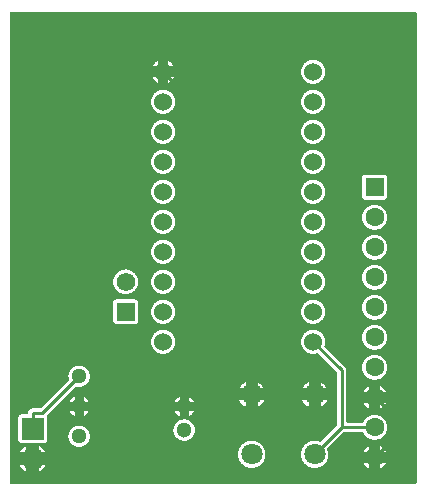
<source format=gtl>
G04 Layer: TopLayer*
G04 EasyEDA v6.2.46, 2019-11-14T14:20:35--8:00*
G04 6cc4c092965b432d8056714782698947,b8365342f910463186eac5fadccb516d,10*
G04 Gerber Generator version 0.2*
G04 Scale: 100 percent, Rotated: No, Reflected: No *
G04 Dimensions in inches *
G04 leading zeros omitted , absolute positions ,2 integer and 4 decimal *
%FSLAX24Y24*%
%MOIN*%
G90*
G70D02*

%ADD10C,0.010000*%
%ADD11R,0.062000X0.062000*%
%ADD12C,0.062000*%
%ADD13C,0.062992*%
%ADD14R,0.062992X0.062992*%
%ADD15C,0.060000*%
%ADD16C,0.070866*%
%ADD17C,0.051181*%
%ADD18R,0.074803X0.074803*%
%ADD19C,0.074803*%
%ADD20C,0.050710*%

%LPD*%
G36*
G01X13614Y15848D02*
G01X135Y15848D01*
G01X129Y15847D01*
G01X124Y15845D01*
G01X114Y15839D01*
G01X110Y15835D01*
G01X104Y15825D01*
G01X102Y15820D01*
G01X101Y15814D01*
G01X101Y135D01*
G01X102Y129D01*
G01X104Y124D01*
G01X110Y114D01*
G01X114Y110D01*
G01X124Y104D01*
G01X129Y102D01*
G01X135Y101D01*
G01X13614Y101D01*
G01X13620Y102D01*
G01X13625Y104D01*
G01X13635Y110D01*
G01X13639Y114D01*
G01X13645Y124D01*
G01X13647Y129D01*
G01X13648Y135D01*
G01X13648Y15814D01*
G01X13647Y15820D01*
G01X13645Y15825D01*
G01X13639Y15835D01*
G01X13635Y15839D01*
G01X13625Y15845D01*
G01X13620Y15847D01*
G01X13614Y15848D01*
G37*

%LPC*%
G36*
G01X10217Y5250D02*
G01X10200Y5251D01*
G01X10164Y5249D01*
G01X10146Y5247D01*
G01X10128Y5244D01*
G01X10110Y5240D01*
G01X10093Y5236D01*
G01X10076Y5231D01*
G01X10059Y5225D01*
G01X10042Y5218D01*
G01X10026Y5211D01*
G01X10009Y5203D01*
G01X9994Y5194D01*
G01X9964Y5174D01*
G01X9949Y5163D01*
G01X9936Y5151D01*
G01X9922Y5139D01*
G01X9910Y5127D01*
G01X9898Y5113D01*
G01X9886Y5100D01*
G01X9875Y5085D01*
G01X9855Y5055D01*
G01X9846Y5040D01*
G01X9838Y5023D01*
G01X9831Y5007D01*
G01X9824Y4990D01*
G01X9818Y4973D01*
G01X9813Y4956D01*
G01X9809Y4939D01*
G01X9805Y4921D01*
G01X9802Y4903D01*
G01X9800Y4885D01*
G01X9799Y4867D01*
G01X9798Y4850D01*
G01X9800Y4814D01*
G01X9802Y4796D01*
G01X9805Y4778D01*
G01X9809Y4760D01*
G01X9813Y4743D01*
G01X9818Y4726D01*
G01X9824Y4709D01*
G01X9831Y4692D01*
G01X9838Y4676D01*
G01X9846Y4659D01*
G01X9855Y4644D01*
G01X9875Y4614D01*
G01X9886Y4599D01*
G01X9898Y4586D01*
G01X9910Y4572D01*
G01X9922Y4560D01*
G01X9936Y4548D01*
G01X9949Y4536D01*
G01X9964Y4525D01*
G01X9994Y4505D01*
G01X10009Y4496D01*
G01X10026Y4488D01*
G01X10042Y4481D01*
G01X10059Y4474D01*
G01X10076Y4468D01*
G01X10093Y4463D01*
G01X10110Y4459D01*
G01X10128Y4455D01*
G01X10146Y4452D01*
G01X10164Y4450D01*
G01X10200Y4448D01*
G01X10238Y4450D01*
G01X10276Y4456D01*
G01X10295Y4460D01*
G01X10314Y4465D01*
G01X10332Y4471D01*
G01X10339Y4473D01*
G01X10352Y4473D01*
G01X10364Y4469D01*
G01X10369Y4466D01*
G01X10374Y4462D01*
G01X10987Y3849D01*
G01X10991Y3844D01*
G01X10994Y3839D01*
G01X10997Y3833D01*
G01X10998Y3827D01*
G01X10998Y2072D01*
G01X10997Y2066D01*
G01X10994Y2060D01*
G01X10991Y2055D01*
G01X10987Y2050D01*
G01X10466Y1529D01*
G01X10461Y1525D01*
G01X10456Y1522D01*
G01X10444Y1518D01*
G01X10430Y1518D01*
G01X10422Y1521D01*
G01X10404Y1528D01*
G01X10366Y1540D01*
G01X10328Y1548D01*
G01X10308Y1551D01*
G01X10289Y1553D01*
G01X10269Y1554D01*
G01X10250Y1555D01*
G01X10230Y1554D01*
G01X10211Y1553D01*
G01X10192Y1551D01*
G01X10154Y1545D01*
G01X10116Y1535D01*
G01X10098Y1529D01*
G01X10080Y1522D01*
G01X10062Y1514D01*
G01X10045Y1506D01*
G01X10027Y1497D01*
G01X9995Y1477D01*
G01X9979Y1466D01*
G01X9963Y1454D01*
G01X9949Y1441D01*
G01X9934Y1428D01*
G01X9921Y1415D01*
G01X9908Y1400D01*
G01X9895Y1386D01*
G01X9883Y1370D01*
G01X9872Y1354D01*
G01X9852Y1322D01*
G01X9843Y1304D01*
G01X9835Y1287D01*
G01X9827Y1269D01*
G01X9820Y1251D01*
G01X9814Y1233D01*
G01X9804Y1195D01*
G01X9798Y1157D01*
G01X9796Y1138D01*
G01X9794Y1100D01*
G01X9795Y1080D01*
G01X9796Y1061D01*
G01X9798Y1042D01*
G01X9804Y1004D01*
G01X9814Y966D01*
G01X9820Y948D01*
G01X9827Y930D01*
G01X9835Y912D01*
G01X9843Y895D01*
G01X9852Y877D01*
G01X9872Y845D01*
G01X9883Y829D01*
G01X9895Y813D01*
G01X9908Y799D01*
G01X9921Y784D01*
G01X9934Y771D01*
G01X9949Y758D01*
G01X9963Y745D01*
G01X9979Y733D01*
G01X9995Y722D01*
G01X10027Y702D01*
G01X10045Y693D01*
G01X10062Y685D01*
G01X10080Y677D01*
G01X10098Y670D01*
G01X10116Y664D01*
G01X10154Y654D01*
G01X10192Y648D01*
G01X10211Y646D01*
G01X10230Y645D01*
G01X10250Y644D01*
G01X10288Y646D01*
G01X10307Y648D01*
G01X10345Y654D01*
G01X10383Y664D01*
G01X10401Y670D01*
G01X10419Y677D01*
G01X10437Y685D01*
G01X10454Y693D01*
G01X10472Y702D01*
G01X10504Y722D01*
G01X10520Y733D01*
G01X10536Y745D01*
G01X10550Y758D01*
G01X10565Y771D01*
G01X10578Y784D01*
G01X10591Y799D01*
G01X10604Y813D01*
G01X10616Y829D01*
G01X10627Y845D01*
G01X10647Y877D01*
G01X10656Y895D01*
G01X10664Y912D01*
G01X10672Y930D01*
G01X10679Y948D01*
G01X10685Y966D01*
G01X10695Y1004D01*
G01X10701Y1042D01*
G01X10703Y1061D01*
G01X10704Y1080D01*
G01X10705Y1100D01*
G01X10704Y1119D01*
G01X10703Y1139D01*
G01X10701Y1158D01*
G01X10698Y1178D01*
G01X10690Y1216D01*
G01X10678Y1254D01*
G01X10671Y1272D01*
G01X10668Y1280D01*
G01X10668Y1294D01*
G01X10672Y1306D01*
G01X10675Y1311D01*
G01X10679Y1316D01*
G01X11200Y1837D01*
G01X11205Y1841D01*
G01X11210Y1844D01*
G01X11216Y1847D01*
G01X11222Y1848D01*
G01X11841Y1848D01*
G01X11847Y1847D01*
G01X11852Y1845D01*
G01X11862Y1839D01*
G01X11866Y1835D01*
G01X11872Y1825D01*
G01X11880Y1808D01*
G01X11889Y1792D01*
G01X11899Y1775D01*
G01X11910Y1760D01*
G01X11921Y1744D01*
G01X11945Y1716D01*
G01X11959Y1702D01*
G01X11973Y1689D01*
G01X11987Y1677D01*
G01X12002Y1665D01*
G01X12017Y1654D01*
G01X12033Y1644D01*
G01X12067Y1626D01*
G01X12084Y1618D01*
G01X12101Y1611D01*
G01X12119Y1604D01*
G01X12137Y1599D01*
G01X12156Y1594D01*
G01X12174Y1590D01*
G01X12193Y1587D01*
G01X12212Y1585D01*
G01X12231Y1584D01*
G01X12268Y1584D01*
G01X12287Y1585D01*
G01X12305Y1587D01*
G01X12324Y1590D01*
G01X12342Y1594D01*
G01X12378Y1604D01*
G01X12396Y1610D01*
G01X12413Y1617D01*
G01X12447Y1633D01*
G01X12463Y1642D01*
G01X12479Y1652D01*
G01X12509Y1674D01*
G01X12523Y1686D01*
G01X12537Y1699D01*
G01X12550Y1712D01*
G01X12563Y1726D01*
G01X12575Y1740D01*
G01X12597Y1770D01*
G01X12607Y1786D01*
G01X12616Y1802D01*
G01X12632Y1836D01*
G01X12639Y1853D01*
G01X12645Y1871D01*
G01X12655Y1907D01*
G01X12659Y1925D01*
G01X12662Y1944D01*
G01X12664Y1962D01*
G01X12665Y1981D01*
G01X12665Y2018D01*
G01X12664Y2037D01*
G01X12662Y2055D01*
G01X12659Y2074D01*
G01X12655Y2092D01*
G01X12645Y2128D01*
G01X12639Y2146D01*
G01X12632Y2163D01*
G01X12616Y2197D01*
G01X12607Y2213D01*
G01X12597Y2229D01*
G01X12575Y2259D01*
G01X12563Y2273D01*
G01X12550Y2287D01*
G01X12537Y2300D01*
G01X12523Y2313D01*
G01X12509Y2325D01*
G01X12479Y2347D01*
G01X12463Y2357D01*
G01X12447Y2366D01*
G01X12413Y2382D01*
G01X12396Y2389D01*
G01X12378Y2395D01*
G01X12342Y2405D01*
G01X12324Y2409D01*
G01X12305Y2412D01*
G01X12287Y2414D01*
G01X12268Y2415D01*
G01X12231Y2415D01*
G01X12212Y2414D01*
G01X12193Y2412D01*
G01X12174Y2409D01*
G01X12156Y2405D01*
G01X12137Y2400D01*
G01X12119Y2395D01*
G01X12101Y2388D01*
G01X12084Y2381D01*
G01X12067Y2373D01*
G01X12033Y2355D01*
G01X12017Y2345D01*
G01X12002Y2334D01*
G01X11987Y2322D01*
G01X11973Y2310D01*
G01X11959Y2297D01*
G01X11945Y2283D01*
G01X11921Y2255D01*
G01X11910Y2239D01*
G01X11899Y2224D01*
G01X11889Y2207D01*
G01X11880Y2191D01*
G01X11872Y2174D01*
G01X11866Y2164D01*
G01X11862Y2160D01*
G01X11852Y2154D01*
G01X11847Y2152D01*
G01X11841Y2151D01*
G01X11335Y2151D01*
G01X11329Y2152D01*
G01X11324Y2154D01*
G01X11314Y2160D01*
G01X11310Y2164D01*
G01X11304Y2174D01*
G01X11302Y2179D01*
G01X11301Y2185D01*
G01X11301Y3899D01*
G01X11299Y3923D01*
G01X11296Y3935D01*
G01X11293Y3946D01*
G01X11289Y3957D01*
G01X11284Y3968D01*
G01X11272Y3988D01*
G01X11264Y3998D01*
G01X10587Y4675D01*
G01X10583Y4680D01*
G01X10580Y4685D01*
G01X10576Y4697D01*
G01X10576Y4710D01*
G01X10578Y4717D01*
G01X10584Y4735D01*
G01X10589Y4754D01*
G01X10593Y4773D01*
G01X10599Y4811D01*
G01X10600Y4830D01*
G01X10601Y4850D01*
G01X10600Y4867D01*
G01X10599Y4885D01*
G01X10597Y4903D01*
G01X10594Y4921D01*
G01X10590Y4939D01*
G01X10586Y4956D01*
G01X10581Y4973D01*
G01X10575Y4990D01*
G01X10568Y5007D01*
G01X10561Y5023D01*
G01X10553Y5040D01*
G01X10544Y5055D01*
G01X10524Y5085D01*
G01X10513Y5100D01*
G01X10501Y5113D01*
G01X10489Y5127D01*
G01X10477Y5139D01*
G01X10463Y5151D01*
G01X10450Y5163D01*
G01X10435Y5174D01*
G01X10405Y5194D01*
G01X10390Y5203D01*
G01X10373Y5211D01*
G01X10357Y5218D01*
G01X10340Y5225D01*
G01X10323Y5231D01*
G01X10306Y5236D01*
G01X10289Y5240D01*
G01X10271Y5244D01*
G01X10253Y5247D01*
G01X10235Y5249D01*
G01X10217Y5250D01*
G37*
G36*
G01X2416Y4054D02*
G01X2383Y4054D01*
G01X2332Y4048D01*
G01X2300Y4040D01*
G01X2284Y4035D01*
G01X2268Y4029D01*
G01X2252Y4022D01*
G01X2237Y4015D01*
G01X2222Y4007D01*
G01X2208Y3998D01*
G01X2180Y3978D01*
G01X2167Y3967D01*
G01X2155Y3956D01*
G01X2143Y3944D01*
G01X2132Y3932D01*
G01X2121Y3919D01*
G01X2101Y3891D01*
G01X2092Y3877D01*
G01X2084Y3862D01*
G01X2077Y3847D01*
G01X2070Y3831D01*
G01X2064Y3815D01*
G01X2059Y3799D01*
G01X2051Y3767D01*
G01X2045Y3716D01*
G01X2045Y3700D01*
G01X2047Y3660D01*
G01X2050Y3640D01*
G01X2054Y3621D01*
G01X2059Y3601D01*
G01X2060Y3590D01*
G01X2060Y3584D01*
G01X2056Y3572D01*
G01X2053Y3567D01*
G01X2049Y3562D01*
G01X1124Y2637D01*
G01X1119Y2633D01*
G01X1114Y2630D01*
G01X1108Y2627D01*
G01X1102Y2626D01*
G01X850Y2626D01*
G01X838Y2625D01*
G01X827Y2624D01*
G01X816Y2622D01*
G01X805Y2619D01*
G01X794Y2615D01*
G01X784Y2611D01*
G01X764Y2599D01*
G01X755Y2593D01*
G01X731Y2569D01*
G01X725Y2560D01*
G01X713Y2540D01*
G01X709Y2530D01*
G01X705Y2519D01*
G01X702Y2508D01*
G01X700Y2497D01*
G01X698Y2475D01*
G01X698Y2459D01*
G01X697Y2453D01*
G01X695Y2448D01*
G01X689Y2438D01*
G01X685Y2434D01*
G01X675Y2428D01*
G01X670Y2426D01*
G01X664Y2425D01*
G01X475Y2425D01*
G01X457Y2423D01*
G01X448Y2421D01*
G01X439Y2418D01*
G01X430Y2414D01*
G01X422Y2409D01*
G01X415Y2404D01*
G01X407Y2398D01*
G01X401Y2392D01*
G01X395Y2384D01*
G01X390Y2377D01*
G01X385Y2369D01*
G01X381Y2360D01*
G01X378Y2351D01*
G01X376Y2342D01*
G01X374Y2324D01*
G01X374Y1575D01*
G01X376Y1557D01*
G01X378Y1548D01*
G01X381Y1539D01*
G01X385Y1530D01*
G01X390Y1522D01*
G01X395Y1515D01*
G01X401Y1507D01*
G01X407Y1501D01*
G01X415Y1495D01*
G01X422Y1490D01*
G01X430Y1485D01*
G01X439Y1481D01*
G01X448Y1478D01*
G01X457Y1476D01*
G01X475Y1474D01*
G01X1224Y1474D01*
G01X1242Y1476D01*
G01X1251Y1478D01*
G01X1260Y1481D01*
G01X1269Y1485D01*
G01X1277Y1490D01*
G01X1284Y1495D01*
G01X1292Y1501D01*
G01X1298Y1507D01*
G01X1304Y1515D01*
G01X1309Y1522D01*
G01X1314Y1530D01*
G01X1318Y1539D01*
G01X1321Y1548D01*
G01X1323Y1557D01*
G01X1325Y1575D01*
G01X1325Y2324D01*
G01X1324Y2334D01*
G01X1322Y2345D01*
G01X1319Y2355D01*
G01X1315Y2365D01*
G01X1314Y2371D01*
G01X1312Y2376D01*
G01X1312Y2388D01*
G01X1316Y2400D01*
G01X1324Y2410D01*
G01X2262Y3349D01*
G01X2267Y3353D01*
G01X2272Y3356D01*
G01X2284Y3360D01*
G01X2290Y3360D01*
G01X2301Y3359D01*
G01X2321Y3354D01*
G01X2340Y3350D01*
G01X2360Y3347D01*
G01X2400Y3345D01*
G01X2416Y3345D01*
G01X2467Y3351D01*
G01X2499Y3359D01*
G01X2515Y3364D01*
G01X2531Y3370D01*
G01X2547Y3377D01*
G01X2562Y3384D01*
G01X2577Y3392D01*
G01X2591Y3401D01*
G01X2619Y3421D01*
G01X2632Y3432D01*
G01X2644Y3443D01*
G01X2656Y3455D01*
G01X2667Y3467D01*
G01X2678Y3480D01*
G01X2698Y3508D01*
G01X2707Y3522D01*
G01X2715Y3537D01*
G01X2722Y3552D01*
G01X2729Y3568D01*
G01X2735Y3584D01*
G01X2740Y3600D01*
G01X2748Y3632D01*
G01X2754Y3683D01*
G01X2754Y3716D01*
G01X2748Y3767D01*
G01X2740Y3799D01*
G01X2735Y3815D01*
G01X2729Y3831D01*
G01X2722Y3847D01*
G01X2715Y3862D01*
G01X2707Y3877D01*
G01X2698Y3891D01*
G01X2678Y3919D01*
G01X2667Y3932D01*
G01X2656Y3944D01*
G01X2644Y3956D01*
G01X2632Y3967D01*
G01X2619Y3978D01*
G01X2591Y3998D01*
G01X2577Y4007D01*
G01X2562Y4015D01*
G01X2547Y4022D01*
G01X2531Y4029D01*
G01X2515Y4035D01*
G01X2499Y4040D01*
G01X2467Y4048D01*
G01X2416Y4054D01*
G37*
G36*
G01X8188Y1553D02*
G01X8150Y1555D01*
G01X8130Y1554D01*
G01X8111Y1553D01*
G01X8092Y1551D01*
G01X8054Y1545D01*
G01X8016Y1535D01*
G01X7998Y1529D01*
G01X7980Y1522D01*
G01X7962Y1514D01*
G01X7945Y1506D01*
G01X7927Y1497D01*
G01X7895Y1477D01*
G01X7879Y1466D01*
G01X7863Y1454D01*
G01X7849Y1441D01*
G01X7834Y1428D01*
G01X7821Y1415D01*
G01X7808Y1400D01*
G01X7795Y1386D01*
G01X7783Y1370D01*
G01X7772Y1354D01*
G01X7752Y1322D01*
G01X7743Y1304D01*
G01X7735Y1287D01*
G01X7727Y1269D01*
G01X7720Y1251D01*
G01X7714Y1233D01*
G01X7704Y1195D01*
G01X7698Y1157D01*
G01X7696Y1138D01*
G01X7694Y1100D01*
G01X7695Y1080D01*
G01X7696Y1061D01*
G01X7698Y1042D01*
G01X7704Y1004D01*
G01X7714Y966D01*
G01X7720Y948D01*
G01X7727Y930D01*
G01X7735Y912D01*
G01X7743Y895D01*
G01X7752Y877D01*
G01X7772Y845D01*
G01X7783Y829D01*
G01X7795Y813D01*
G01X7808Y799D01*
G01X7821Y784D01*
G01X7834Y771D01*
G01X7849Y758D01*
G01X7863Y745D01*
G01X7879Y733D01*
G01X7895Y722D01*
G01X7927Y702D01*
G01X7945Y693D01*
G01X7962Y685D01*
G01X7980Y677D01*
G01X7998Y670D01*
G01X8016Y664D01*
G01X8054Y654D01*
G01X8092Y648D01*
G01X8111Y646D01*
G01X8130Y645D01*
G01X8150Y644D01*
G01X8188Y646D01*
G01X8207Y648D01*
G01X8245Y654D01*
G01X8283Y664D01*
G01X8301Y670D01*
G01X8319Y677D01*
G01X8337Y685D01*
G01X8354Y693D01*
G01X8372Y702D01*
G01X8404Y722D01*
G01X8420Y733D01*
G01X8436Y745D01*
G01X8450Y758D01*
G01X8465Y771D01*
G01X8478Y784D01*
G01X8491Y799D01*
G01X8504Y813D01*
G01X8516Y829D01*
G01X8527Y845D01*
G01X8547Y877D01*
G01X8556Y895D01*
G01X8564Y912D01*
G01X8572Y930D01*
G01X8579Y948D01*
G01X8585Y966D01*
G01X8595Y1004D01*
G01X8601Y1042D01*
G01X8603Y1061D01*
G01X8604Y1080D01*
G01X8605Y1100D01*
G01X8603Y1138D01*
G01X8601Y1157D01*
G01X8595Y1195D01*
G01X8585Y1233D01*
G01X8579Y1251D01*
G01X8572Y1269D01*
G01X8564Y1287D01*
G01X8556Y1304D01*
G01X8547Y1322D01*
G01X8527Y1354D01*
G01X8516Y1370D01*
G01X8504Y1386D01*
G01X8491Y1400D01*
G01X8478Y1415D01*
G01X8465Y1428D01*
G01X8450Y1441D01*
G01X8436Y1454D01*
G01X8420Y1466D01*
G01X8404Y1477D01*
G01X8372Y1497D01*
G01X8354Y1506D01*
G01X8337Y1514D01*
G01X8319Y1522D01*
G01X8301Y1529D01*
G01X8283Y1535D01*
G01X8245Y1545D01*
G01X8207Y1551D01*
G01X8188Y1553D01*
G37*
G36*
G01X12574Y10415D02*
G01X11925Y10415D01*
G01X11916Y10414D01*
G01X11907Y10412D01*
G01X11898Y10409D01*
G01X11890Y10405D01*
G01X11881Y10400D01*
G01X11874Y10395D01*
G01X11866Y10389D01*
G01X11860Y10383D01*
G01X11854Y10375D01*
G01X11849Y10368D01*
G01X11844Y10359D01*
G01X11840Y10351D01*
G01X11837Y10342D01*
G01X11835Y10333D01*
G01X11834Y10324D01*
G01X11834Y9675D01*
G01X11835Y9666D01*
G01X11837Y9657D01*
G01X11840Y9648D01*
G01X11844Y9640D01*
G01X11849Y9631D01*
G01X11854Y9624D01*
G01X11860Y9616D01*
G01X11866Y9610D01*
G01X11874Y9604D01*
G01X11881Y9599D01*
G01X11890Y9594D01*
G01X11898Y9590D01*
G01X11907Y9587D01*
G01X11916Y9585D01*
G01X11925Y9584D01*
G01X12574Y9584D01*
G01X12583Y9585D01*
G01X12592Y9587D01*
G01X12601Y9590D01*
G01X12609Y9594D01*
G01X12618Y9599D01*
G01X12625Y9604D01*
G01X12633Y9610D01*
G01X12639Y9616D01*
G01X12645Y9624D01*
G01X12650Y9631D01*
G01X12655Y9640D01*
G01X12659Y9648D01*
G01X12662Y9657D01*
G01X12664Y9666D01*
G01X12665Y9675D01*
G01X12665Y10324D01*
G01X12664Y10333D01*
G01X12662Y10342D01*
G01X12659Y10351D01*
G01X12655Y10359D01*
G01X12650Y10368D01*
G01X12645Y10375D01*
G01X12639Y10383D01*
G01X12633Y10389D01*
G01X12625Y10395D01*
G01X12618Y10400D01*
G01X12609Y10405D01*
G01X12601Y10409D01*
G01X12592Y10412D01*
G01X12583Y10414D01*
G01X12574Y10415D01*
G37*
G36*
G01X12268Y8415D02*
G01X12231Y8415D01*
G01X12212Y8414D01*
G01X12194Y8412D01*
G01X12175Y8409D01*
G01X12157Y8405D01*
G01X12121Y8395D01*
G01X12103Y8389D01*
G01X12086Y8382D01*
G01X12052Y8366D01*
G01X12036Y8357D01*
G01X12020Y8347D01*
G01X11990Y8325D01*
G01X11976Y8313D01*
G01X11962Y8300D01*
G01X11949Y8287D01*
G01X11936Y8273D01*
G01X11924Y8259D01*
G01X11902Y8229D01*
G01X11892Y8213D01*
G01X11883Y8197D01*
G01X11867Y8163D01*
G01X11860Y8146D01*
G01X11854Y8128D01*
G01X11844Y8092D01*
G01X11840Y8074D01*
G01X11837Y8055D01*
G01X11835Y8037D01*
G01X11834Y8018D01*
G01X11834Y7981D01*
G01X11835Y7962D01*
G01X11837Y7944D01*
G01X11840Y7925D01*
G01X11844Y7907D01*
G01X11854Y7871D01*
G01X11860Y7853D01*
G01X11867Y7836D01*
G01X11883Y7802D01*
G01X11892Y7786D01*
G01X11902Y7770D01*
G01X11924Y7740D01*
G01X11936Y7726D01*
G01X11949Y7712D01*
G01X11962Y7699D01*
G01X11976Y7686D01*
G01X11990Y7674D01*
G01X12020Y7652D01*
G01X12036Y7642D01*
G01X12052Y7633D01*
G01X12086Y7617D01*
G01X12103Y7610D01*
G01X12121Y7604D01*
G01X12157Y7594D01*
G01X12175Y7590D01*
G01X12194Y7587D01*
G01X12212Y7585D01*
G01X12231Y7584D01*
G01X12268Y7584D01*
G01X12287Y7585D01*
G01X12305Y7587D01*
G01X12324Y7590D01*
G01X12342Y7594D01*
G01X12378Y7604D01*
G01X12396Y7610D01*
G01X12413Y7617D01*
G01X12447Y7633D01*
G01X12463Y7642D01*
G01X12479Y7652D01*
G01X12509Y7674D01*
G01X12523Y7686D01*
G01X12537Y7699D01*
G01X12550Y7712D01*
G01X12563Y7726D01*
G01X12575Y7740D01*
G01X12597Y7770D01*
G01X12607Y7786D01*
G01X12616Y7802D01*
G01X12632Y7836D01*
G01X12639Y7853D01*
G01X12645Y7871D01*
G01X12655Y7907D01*
G01X12659Y7925D01*
G01X12662Y7944D01*
G01X12664Y7962D01*
G01X12665Y7981D01*
G01X12665Y8018D01*
G01X12664Y8037D01*
G01X12662Y8055D01*
G01X12659Y8074D01*
G01X12655Y8092D01*
G01X12645Y8128D01*
G01X12639Y8146D01*
G01X12632Y8163D01*
G01X12616Y8197D01*
G01X12607Y8213D01*
G01X12597Y8229D01*
G01X12575Y8259D01*
G01X12563Y8273D01*
G01X12550Y8287D01*
G01X12537Y8300D01*
G01X12523Y8313D01*
G01X12509Y8325D01*
G01X12479Y8347D01*
G01X12463Y8357D01*
G01X12447Y8366D01*
G01X12413Y8382D01*
G01X12396Y8389D01*
G01X12378Y8395D01*
G01X12342Y8405D01*
G01X12324Y8409D01*
G01X12305Y8412D01*
G01X12287Y8414D01*
G01X12268Y8415D01*
G37*
G36*
G01X12268Y7415D02*
G01X12231Y7415D01*
G01X12212Y7414D01*
G01X12194Y7412D01*
G01X12175Y7409D01*
G01X12157Y7405D01*
G01X12121Y7395D01*
G01X12103Y7389D01*
G01X12086Y7382D01*
G01X12052Y7366D01*
G01X12036Y7357D01*
G01X12020Y7347D01*
G01X11990Y7325D01*
G01X11976Y7313D01*
G01X11962Y7300D01*
G01X11949Y7287D01*
G01X11936Y7273D01*
G01X11924Y7259D01*
G01X11902Y7229D01*
G01X11892Y7213D01*
G01X11883Y7197D01*
G01X11867Y7163D01*
G01X11860Y7146D01*
G01X11854Y7128D01*
G01X11844Y7092D01*
G01X11840Y7074D01*
G01X11837Y7055D01*
G01X11835Y7037D01*
G01X11834Y7018D01*
G01X11834Y6981D01*
G01X11835Y6962D01*
G01X11837Y6944D01*
G01X11840Y6925D01*
G01X11844Y6907D01*
G01X11854Y6871D01*
G01X11860Y6853D01*
G01X11867Y6836D01*
G01X11883Y6802D01*
G01X11892Y6786D01*
G01X11902Y6770D01*
G01X11924Y6740D01*
G01X11936Y6726D01*
G01X11949Y6712D01*
G01X11962Y6699D01*
G01X11976Y6686D01*
G01X11990Y6674D01*
G01X12020Y6652D01*
G01X12036Y6642D01*
G01X12052Y6633D01*
G01X12086Y6617D01*
G01X12103Y6610D01*
G01X12121Y6604D01*
G01X12157Y6594D01*
G01X12175Y6590D01*
G01X12194Y6587D01*
G01X12212Y6585D01*
G01X12231Y6584D01*
G01X12268Y6584D01*
G01X12287Y6585D01*
G01X12305Y6587D01*
G01X12324Y6590D01*
G01X12342Y6594D01*
G01X12378Y6604D01*
G01X12396Y6610D01*
G01X12413Y6617D01*
G01X12447Y6633D01*
G01X12463Y6642D01*
G01X12479Y6652D01*
G01X12509Y6674D01*
G01X12523Y6686D01*
G01X12537Y6699D01*
G01X12550Y6712D01*
G01X12563Y6726D01*
G01X12575Y6740D01*
G01X12597Y6770D01*
G01X12607Y6786D01*
G01X12616Y6802D01*
G01X12632Y6836D01*
G01X12639Y6853D01*
G01X12645Y6871D01*
G01X12655Y6907D01*
G01X12659Y6925D01*
G01X12662Y6944D01*
G01X12664Y6962D01*
G01X12665Y6981D01*
G01X12665Y7018D01*
G01X12664Y7037D01*
G01X12662Y7055D01*
G01X12659Y7074D01*
G01X12655Y7092D01*
G01X12645Y7128D01*
G01X12639Y7146D01*
G01X12632Y7163D01*
G01X12616Y7197D01*
G01X12607Y7213D01*
G01X12597Y7229D01*
G01X12575Y7259D01*
G01X12563Y7273D01*
G01X12550Y7287D01*
G01X12537Y7300D01*
G01X12523Y7313D01*
G01X12509Y7325D01*
G01X12479Y7347D01*
G01X12463Y7357D01*
G01X12447Y7366D01*
G01X12413Y7382D01*
G01X12396Y7389D01*
G01X12378Y7395D01*
G01X12342Y7405D01*
G01X12324Y7409D01*
G01X12305Y7412D01*
G01X12287Y7414D01*
G01X12268Y7415D01*
G37*
G36*
G01X12268Y9415D02*
G01X12231Y9415D01*
G01X12212Y9414D01*
G01X12194Y9412D01*
G01X12175Y9409D01*
G01X12157Y9405D01*
G01X12121Y9395D01*
G01X12103Y9389D01*
G01X12086Y9382D01*
G01X12052Y9366D01*
G01X12036Y9357D01*
G01X12020Y9347D01*
G01X11990Y9325D01*
G01X11976Y9313D01*
G01X11962Y9300D01*
G01X11949Y9287D01*
G01X11936Y9273D01*
G01X11924Y9259D01*
G01X11902Y9229D01*
G01X11892Y9213D01*
G01X11883Y9197D01*
G01X11867Y9163D01*
G01X11860Y9146D01*
G01X11854Y9128D01*
G01X11844Y9092D01*
G01X11840Y9074D01*
G01X11837Y9055D01*
G01X11835Y9037D01*
G01X11834Y9018D01*
G01X11834Y8981D01*
G01X11835Y8962D01*
G01X11837Y8944D01*
G01X11840Y8925D01*
G01X11844Y8907D01*
G01X11854Y8871D01*
G01X11860Y8853D01*
G01X11867Y8836D01*
G01X11883Y8802D01*
G01X11892Y8786D01*
G01X11902Y8770D01*
G01X11924Y8740D01*
G01X11936Y8726D01*
G01X11949Y8712D01*
G01X11962Y8699D01*
G01X11976Y8686D01*
G01X11990Y8674D01*
G01X12020Y8652D01*
G01X12036Y8642D01*
G01X12052Y8633D01*
G01X12086Y8617D01*
G01X12103Y8610D01*
G01X12121Y8604D01*
G01X12157Y8594D01*
G01X12175Y8590D01*
G01X12194Y8587D01*
G01X12212Y8585D01*
G01X12231Y8584D01*
G01X12268Y8584D01*
G01X12287Y8585D01*
G01X12305Y8587D01*
G01X12324Y8590D01*
G01X12342Y8594D01*
G01X12378Y8604D01*
G01X12396Y8610D01*
G01X12413Y8617D01*
G01X12447Y8633D01*
G01X12463Y8642D01*
G01X12479Y8652D01*
G01X12509Y8674D01*
G01X12523Y8686D01*
G01X12537Y8699D01*
G01X12550Y8712D01*
G01X12563Y8726D01*
G01X12575Y8740D01*
G01X12597Y8770D01*
G01X12607Y8786D01*
G01X12616Y8802D01*
G01X12632Y8836D01*
G01X12639Y8853D01*
G01X12645Y8871D01*
G01X12655Y8907D01*
G01X12659Y8925D01*
G01X12662Y8944D01*
G01X12664Y8962D01*
G01X12665Y8981D01*
G01X12665Y9018D01*
G01X12664Y9037D01*
G01X12662Y9055D01*
G01X12659Y9074D01*
G01X12655Y9092D01*
G01X12645Y9128D01*
G01X12639Y9146D01*
G01X12632Y9163D01*
G01X12616Y9197D01*
G01X12607Y9213D01*
G01X12597Y9229D01*
G01X12575Y9259D01*
G01X12563Y9273D01*
G01X12550Y9287D01*
G01X12537Y9300D01*
G01X12523Y9313D01*
G01X12509Y9325D01*
G01X12479Y9347D01*
G01X12463Y9357D01*
G01X12447Y9366D01*
G01X12413Y9382D01*
G01X12396Y9389D01*
G01X12378Y9395D01*
G01X12342Y9405D01*
G01X12324Y9409D01*
G01X12305Y9412D01*
G01X12287Y9414D01*
G01X12268Y9415D01*
G37*
G36*
G01X12268Y6415D02*
G01X12231Y6415D01*
G01X12212Y6414D01*
G01X12194Y6412D01*
G01X12175Y6409D01*
G01X12157Y6405D01*
G01X12121Y6395D01*
G01X12103Y6389D01*
G01X12086Y6382D01*
G01X12052Y6366D01*
G01X12036Y6357D01*
G01X12020Y6347D01*
G01X11990Y6325D01*
G01X11976Y6313D01*
G01X11962Y6300D01*
G01X11949Y6287D01*
G01X11936Y6273D01*
G01X11924Y6259D01*
G01X11902Y6229D01*
G01X11892Y6213D01*
G01X11883Y6197D01*
G01X11867Y6163D01*
G01X11860Y6146D01*
G01X11854Y6128D01*
G01X11844Y6092D01*
G01X11840Y6074D01*
G01X11837Y6055D01*
G01X11835Y6037D01*
G01X11834Y6018D01*
G01X11834Y5981D01*
G01X11835Y5962D01*
G01X11837Y5944D01*
G01X11840Y5925D01*
G01X11844Y5907D01*
G01X11854Y5871D01*
G01X11860Y5853D01*
G01X11867Y5836D01*
G01X11883Y5802D01*
G01X11892Y5786D01*
G01X11902Y5770D01*
G01X11924Y5740D01*
G01X11936Y5726D01*
G01X11949Y5712D01*
G01X11962Y5699D01*
G01X11976Y5686D01*
G01X11990Y5674D01*
G01X12020Y5652D01*
G01X12036Y5642D01*
G01X12052Y5633D01*
G01X12086Y5617D01*
G01X12103Y5610D01*
G01X12121Y5604D01*
G01X12157Y5594D01*
G01X12175Y5590D01*
G01X12194Y5587D01*
G01X12212Y5585D01*
G01X12231Y5584D01*
G01X12268Y5584D01*
G01X12287Y5585D01*
G01X12305Y5587D01*
G01X12324Y5590D01*
G01X12342Y5594D01*
G01X12378Y5604D01*
G01X12396Y5610D01*
G01X12413Y5617D01*
G01X12447Y5633D01*
G01X12463Y5642D01*
G01X12479Y5652D01*
G01X12509Y5674D01*
G01X12523Y5686D01*
G01X12537Y5699D01*
G01X12550Y5712D01*
G01X12563Y5726D01*
G01X12575Y5740D01*
G01X12597Y5770D01*
G01X12607Y5786D01*
G01X12616Y5802D01*
G01X12632Y5836D01*
G01X12639Y5853D01*
G01X12645Y5871D01*
G01X12655Y5907D01*
G01X12659Y5925D01*
G01X12662Y5944D01*
G01X12664Y5962D01*
G01X12665Y5981D01*
G01X12665Y6018D01*
G01X12664Y6037D01*
G01X12662Y6055D01*
G01X12659Y6074D01*
G01X12655Y6092D01*
G01X12645Y6128D01*
G01X12639Y6146D01*
G01X12632Y6163D01*
G01X12616Y6197D01*
G01X12607Y6213D01*
G01X12597Y6229D01*
G01X12575Y6259D01*
G01X12563Y6273D01*
G01X12550Y6287D01*
G01X12537Y6300D01*
G01X12523Y6313D01*
G01X12509Y6325D01*
G01X12479Y6347D01*
G01X12463Y6357D01*
G01X12447Y6366D01*
G01X12413Y6382D01*
G01X12396Y6389D01*
G01X12378Y6395D01*
G01X12342Y6405D01*
G01X12324Y6409D01*
G01X12305Y6412D01*
G01X12287Y6414D01*
G01X12268Y6415D01*
G37*
G36*
G01X12268Y4415D02*
G01X12231Y4415D01*
G01X12212Y4414D01*
G01X12194Y4412D01*
G01X12175Y4409D01*
G01X12157Y4405D01*
G01X12121Y4395D01*
G01X12103Y4389D01*
G01X12086Y4382D01*
G01X12052Y4366D01*
G01X12036Y4357D01*
G01X12020Y4347D01*
G01X11990Y4325D01*
G01X11976Y4313D01*
G01X11962Y4300D01*
G01X11949Y4287D01*
G01X11936Y4273D01*
G01X11924Y4259D01*
G01X11902Y4229D01*
G01X11892Y4213D01*
G01X11883Y4197D01*
G01X11867Y4163D01*
G01X11860Y4146D01*
G01X11854Y4128D01*
G01X11844Y4092D01*
G01X11840Y4074D01*
G01X11837Y4055D01*
G01X11835Y4037D01*
G01X11834Y4018D01*
G01X11834Y3981D01*
G01X11835Y3962D01*
G01X11837Y3944D01*
G01X11840Y3925D01*
G01X11844Y3907D01*
G01X11854Y3871D01*
G01X11860Y3853D01*
G01X11867Y3836D01*
G01X11883Y3802D01*
G01X11892Y3786D01*
G01X11902Y3770D01*
G01X11924Y3740D01*
G01X11936Y3726D01*
G01X11949Y3712D01*
G01X11962Y3699D01*
G01X11976Y3686D01*
G01X11990Y3674D01*
G01X12020Y3652D01*
G01X12036Y3642D01*
G01X12052Y3633D01*
G01X12086Y3617D01*
G01X12103Y3610D01*
G01X12121Y3604D01*
G01X12157Y3594D01*
G01X12175Y3590D01*
G01X12194Y3587D01*
G01X12212Y3585D01*
G01X12231Y3584D01*
G01X12268Y3584D01*
G01X12287Y3585D01*
G01X12305Y3587D01*
G01X12324Y3590D01*
G01X12342Y3594D01*
G01X12378Y3604D01*
G01X12396Y3610D01*
G01X12413Y3617D01*
G01X12447Y3633D01*
G01X12463Y3642D01*
G01X12479Y3652D01*
G01X12509Y3674D01*
G01X12523Y3686D01*
G01X12537Y3699D01*
G01X12550Y3712D01*
G01X12563Y3726D01*
G01X12575Y3740D01*
G01X12597Y3770D01*
G01X12607Y3786D01*
G01X12616Y3802D01*
G01X12632Y3836D01*
G01X12639Y3853D01*
G01X12645Y3871D01*
G01X12655Y3907D01*
G01X12659Y3925D01*
G01X12662Y3944D01*
G01X12664Y3962D01*
G01X12665Y3981D01*
G01X12665Y4018D01*
G01X12664Y4037D01*
G01X12662Y4055D01*
G01X12659Y4074D01*
G01X12655Y4092D01*
G01X12645Y4128D01*
G01X12639Y4146D01*
G01X12632Y4163D01*
G01X12616Y4197D01*
G01X12607Y4213D01*
G01X12597Y4229D01*
G01X12575Y4259D01*
G01X12563Y4273D01*
G01X12550Y4287D01*
G01X12537Y4300D01*
G01X12523Y4313D01*
G01X12509Y4325D01*
G01X12479Y4347D01*
G01X12463Y4357D01*
G01X12447Y4366D01*
G01X12413Y4382D01*
G01X12396Y4389D01*
G01X12378Y4395D01*
G01X12342Y4405D01*
G01X12324Y4409D01*
G01X12305Y4412D01*
G01X12287Y4414D01*
G01X12268Y4415D01*
G37*
G36*
G01X12268Y5415D02*
G01X12231Y5415D01*
G01X12212Y5414D01*
G01X12194Y5412D01*
G01X12175Y5409D01*
G01X12157Y5405D01*
G01X12121Y5395D01*
G01X12103Y5389D01*
G01X12086Y5382D01*
G01X12052Y5366D01*
G01X12036Y5357D01*
G01X12020Y5347D01*
G01X11990Y5325D01*
G01X11976Y5313D01*
G01X11962Y5300D01*
G01X11949Y5287D01*
G01X11936Y5273D01*
G01X11924Y5259D01*
G01X11902Y5229D01*
G01X11892Y5213D01*
G01X11883Y5197D01*
G01X11867Y5163D01*
G01X11860Y5146D01*
G01X11854Y5128D01*
G01X11844Y5092D01*
G01X11840Y5074D01*
G01X11837Y5055D01*
G01X11835Y5037D01*
G01X11834Y5018D01*
G01X11834Y4981D01*
G01X11835Y4962D01*
G01X11837Y4944D01*
G01X11840Y4925D01*
G01X11844Y4907D01*
G01X11854Y4871D01*
G01X11860Y4853D01*
G01X11867Y4836D01*
G01X11883Y4802D01*
G01X11892Y4786D01*
G01X11902Y4770D01*
G01X11924Y4740D01*
G01X11936Y4726D01*
G01X11949Y4712D01*
G01X11962Y4699D01*
G01X11976Y4686D01*
G01X11990Y4674D01*
G01X12020Y4652D01*
G01X12036Y4642D01*
G01X12052Y4633D01*
G01X12086Y4617D01*
G01X12103Y4610D01*
G01X12121Y4604D01*
G01X12157Y4594D01*
G01X12175Y4590D01*
G01X12194Y4587D01*
G01X12212Y4585D01*
G01X12231Y4584D01*
G01X12268Y4584D01*
G01X12287Y4585D01*
G01X12305Y4587D01*
G01X12324Y4590D01*
G01X12342Y4594D01*
G01X12378Y4604D01*
G01X12396Y4610D01*
G01X12413Y4617D01*
G01X12447Y4633D01*
G01X12463Y4642D01*
G01X12479Y4652D01*
G01X12509Y4674D01*
G01X12523Y4686D01*
G01X12537Y4699D01*
G01X12550Y4712D01*
G01X12563Y4726D01*
G01X12575Y4740D01*
G01X12597Y4770D01*
G01X12607Y4786D01*
G01X12616Y4802D01*
G01X12632Y4836D01*
G01X12639Y4853D01*
G01X12645Y4871D01*
G01X12655Y4907D01*
G01X12659Y4925D01*
G01X12662Y4944D01*
G01X12664Y4962D01*
G01X12665Y4981D01*
G01X12665Y5018D01*
G01X12664Y5037D01*
G01X12662Y5055D01*
G01X12659Y5074D01*
G01X12655Y5092D01*
G01X12645Y5128D01*
G01X12639Y5146D01*
G01X12632Y5163D01*
G01X12616Y5197D01*
G01X12607Y5213D01*
G01X12597Y5229D01*
G01X12575Y5259D01*
G01X12563Y5273D01*
G01X12550Y5287D01*
G01X12537Y5300D01*
G01X12523Y5313D01*
G01X12509Y5325D01*
G01X12479Y5347D01*
G01X12463Y5357D01*
G01X12447Y5366D01*
G01X12413Y5382D01*
G01X12396Y5389D01*
G01X12378Y5395D01*
G01X12342Y5405D01*
G01X12324Y5409D01*
G01X12305Y5412D01*
G01X12287Y5414D01*
G01X12268Y5415D01*
G37*
G36*
G01X4260Y6261D02*
G01X3639Y6261D01*
G01X3621Y6259D01*
G01X3612Y6257D01*
G01X3603Y6254D01*
G01X3594Y6250D01*
G01X3586Y6245D01*
G01X3579Y6240D01*
G01X3571Y6234D01*
G01X3565Y6228D01*
G01X3559Y6220D01*
G01X3554Y6213D01*
G01X3549Y6205D01*
G01X3545Y6196D01*
G01X3542Y6187D01*
G01X3540Y6178D01*
G01X3539Y6169D01*
G01X3539Y5530D01*
G01X3540Y5521D01*
G01X3542Y5512D01*
G01X3545Y5503D01*
G01X3549Y5494D01*
G01X3554Y5486D01*
G01X3559Y5479D01*
G01X3565Y5471D01*
G01X3571Y5465D01*
G01X3579Y5459D01*
G01X3586Y5454D01*
G01X3594Y5449D01*
G01X3603Y5445D01*
G01X3612Y5442D01*
G01X3621Y5440D01*
G01X3639Y5438D01*
G01X4260Y5438D01*
G01X4278Y5440D01*
G01X4287Y5442D01*
G01X4296Y5445D01*
G01X4305Y5449D01*
G01X4313Y5454D01*
G01X4320Y5459D01*
G01X4328Y5465D01*
G01X4334Y5471D01*
G01X4340Y5479D01*
G01X4345Y5486D01*
G01X4350Y5494D01*
G01X4354Y5503D01*
G01X4357Y5512D01*
G01X4359Y5521D01*
G01X4360Y5530D01*
G01X4360Y6169D01*
G01X4359Y6178D01*
G01X4357Y6187D01*
G01X4354Y6196D01*
G01X4350Y6205D01*
G01X4345Y6213D01*
G01X4340Y6220D01*
G01X4334Y6228D01*
G01X4328Y6234D01*
G01X4320Y6240D01*
G01X4313Y6245D01*
G01X4305Y6250D01*
G01X4296Y6254D01*
G01X4287Y6257D01*
G01X4278Y6259D01*
G01X4260Y6261D01*
G37*
G36*
G01X3986Y7259D02*
G01X3950Y7261D01*
G01X3931Y7260D01*
G01X3913Y7259D01*
G01X3894Y7257D01*
G01X3876Y7254D01*
G01X3840Y7246D01*
G01X3822Y7240D01*
G01X3805Y7234D01*
G01X3771Y7220D01*
G01X3723Y7193D01*
G01X3693Y7171D01*
G01X3665Y7147D01*
G01X3652Y7134D01*
G01X3628Y7106D01*
G01X3606Y7076D01*
G01X3579Y7028D01*
G01X3565Y6994D01*
G01X3559Y6977D01*
G01X3553Y6959D01*
G01X3545Y6923D01*
G01X3542Y6905D01*
G01X3540Y6886D01*
G01X3539Y6868D01*
G01X3539Y6831D01*
G01X3540Y6813D01*
G01X3542Y6794D01*
G01X3545Y6776D01*
G01X3553Y6740D01*
G01X3559Y6722D01*
G01X3565Y6705D01*
G01X3579Y6671D01*
G01X3606Y6623D01*
G01X3628Y6593D01*
G01X3652Y6565D01*
G01X3665Y6552D01*
G01X3693Y6528D01*
G01X3723Y6506D01*
G01X3771Y6479D01*
G01X3805Y6465D01*
G01X3822Y6459D01*
G01X3840Y6453D01*
G01X3876Y6445D01*
G01X3894Y6442D01*
G01X3913Y6440D01*
G01X3931Y6439D01*
G01X3950Y6438D01*
G01X3986Y6440D01*
G01X4005Y6442D01*
G01X4023Y6445D01*
G01X4059Y6453D01*
G01X4077Y6459D01*
G01X4094Y6465D01*
G01X4128Y6479D01*
G01X4176Y6506D01*
G01X4206Y6528D01*
G01X4234Y6552D01*
G01X4247Y6565D01*
G01X4271Y6593D01*
G01X4293Y6623D01*
G01X4320Y6671D01*
G01X4334Y6705D01*
G01X4340Y6722D01*
G01X4346Y6740D01*
G01X4354Y6776D01*
G01X4357Y6794D01*
G01X4359Y6813D01*
G01X4360Y6831D01*
G01X4360Y6868D01*
G01X4359Y6886D01*
G01X4357Y6905D01*
G01X4354Y6923D01*
G01X4346Y6959D01*
G01X4340Y6977D01*
G01X4334Y6994D01*
G01X4320Y7028D01*
G01X4293Y7076D01*
G01X4271Y7106D01*
G01X4247Y7134D01*
G01X4234Y7147D01*
G01X4206Y7171D01*
G01X4176Y7193D01*
G01X4128Y7220D01*
G01X4094Y7234D01*
G01X4077Y7240D01*
G01X4059Y7246D01*
G01X4023Y7254D01*
G01X4005Y7257D01*
G01X3986Y7259D01*
G37*
G36*
G01X5217Y5250D02*
G01X5200Y5251D01*
G01X5164Y5249D01*
G01X5146Y5247D01*
G01X5128Y5244D01*
G01X5110Y5240D01*
G01X5093Y5236D01*
G01X5076Y5231D01*
G01X5059Y5225D01*
G01X5042Y5218D01*
G01X5026Y5211D01*
G01X5009Y5203D01*
G01X4994Y5194D01*
G01X4964Y5174D01*
G01X4949Y5163D01*
G01X4936Y5151D01*
G01X4922Y5139D01*
G01X4910Y5127D01*
G01X4898Y5113D01*
G01X4886Y5100D01*
G01X4875Y5085D01*
G01X4855Y5055D01*
G01X4846Y5040D01*
G01X4838Y5023D01*
G01X4831Y5007D01*
G01X4824Y4990D01*
G01X4818Y4973D01*
G01X4813Y4956D01*
G01X4809Y4939D01*
G01X4805Y4921D01*
G01X4802Y4903D01*
G01X4800Y4885D01*
G01X4799Y4867D01*
G01X4798Y4850D01*
G01X4800Y4814D01*
G01X4802Y4796D01*
G01X4805Y4778D01*
G01X4809Y4760D01*
G01X4813Y4743D01*
G01X4818Y4726D01*
G01X4824Y4709D01*
G01X4831Y4692D01*
G01X4838Y4676D01*
G01X4846Y4659D01*
G01X4855Y4644D01*
G01X4875Y4614D01*
G01X4886Y4599D01*
G01X4898Y4586D01*
G01X4910Y4572D01*
G01X4922Y4560D01*
G01X4936Y4548D01*
G01X4949Y4536D01*
G01X4964Y4525D01*
G01X4994Y4505D01*
G01X5009Y4496D01*
G01X5026Y4488D01*
G01X5042Y4481D01*
G01X5059Y4474D01*
G01X5076Y4468D01*
G01X5093Y4463D01*
G01X5110Y4459D01*
G01X5128Y4455D01*
G01X5146Y4452D01*
G01X5164Y4450D01*
G01X5200Y4448D01*
G01X5217Y4449D01*
G01X5235Y4450D01*
G01X5253Y4452D01*
G01X5271Y4455D01*
G01X5289Y4459D01*
G01X5306Y4463D01*
G01X5323Y4468D01*
G01X5340Y4474D01*
G01X5357Y4481D01*
G01X5373Y4488D01*
G01X5390Y4496D01*
G01X5405Y4505D01*
G01X5435Y4525D01*
G01X5450Y4536D01*
G01X5463Y4548D01*
G01X5477Y4560D01*
G01X5489Y4572D01*
G01X5501Y4586D01*
G01X5513Y4599D01*
G01X5524Y4614D01*
G01X5544Y4644D01*
G01X5553Y4659D01*
G01X5561Y4676D01*
G01X5568Y4692D01*
G01X5575Y4709D01*
G01X5581Y4726D01*
G01X5586Y4743D01*
G01X5590Y4760D01*
G01X5594Y4778D01*
G01X5597Y4796D01*
G01X5599Y4814D01*
G01X5601Y4850D01*
G01X5600Y4867D01*
G01X5599Y4885D01*
G01X5597Y4903D01*
G01X5594Y4921D01*
G01X5590Y4939D01*
G01X5586Y4956D01*
G01X5581Y4973D01*
G01X5575Y4990D01*
G01X5568Y5007D01*
G01X5561Y5023D01*
G01X5553Y5040D01*
G01X5544Y5055D01*
G01X5524Y5085D01*
G01X5513Y5100D01*
G01X5501Y5113D01*
G01X5489Y5127D01*
G01X5477Y5139D01*
G01X5463Y5151D01*
G01X5450Y5163D01*
G01X5435Y5174D01*
G01X5405Y5194D01*
G01X5390Y5203D01*
G01X5373Y5211D01*
G01X5357Y5218D01*
G01X5340Y5225D01*
G01X5323Y5231D01*
G01X5306Y5236D01*
G01X5289Y5240D01*
G01X5271Y5244D01*
G01X5253Y5247D01*
G01X5235Y5249D01*
G01X5217Y5250D01*
G37*
G36*
G01X10217Y12250D02*
G01X10200Y12251D01*
G01X10164Y12249D01*
G01X10146Y12247D01*
G01X10128Y12244D01*
G01X10110Y12240D01*
G01X10093Y12236D01*
G01X10076Y12231D01*
G01X10059Y12225D01*
G01X10042Y12218D01*
G01X10026Y12211D01*
G01X10009Y12203D01*
G01X9994Y12194D01*
G01X9964Y12174D01*
G01X9949Y12163D01*
G01X9936Y12151D01*
G01X9922Y12139D01*
G01X9910Y12127D01*
G01X9898Y12113D01*
G01X9886Y12100D01*
G01X9875Y12085D01*
G01X9855Y12055D01*
G01X9846Y12040D01*
G01X9838Y12023D01*
G01X9831Y12007D01*
G01X9824Y11990D01*
G01X9818Y11973D01*
G01X9813Y11956D01*
G01X9809Y11939D01*
G01X9805Y11921D01*
G01X9802Y11903D01*
G01X9800Y11885D01*
G01X9799Y11867D01*
G01X9798Y11850D01*
G01X9800Y11814D01*
G01X9802Y11796D01*
G01X9805Y11778D01*
G01X9809Y11760D01*
G01X9813Y11743D01*
G01X9818Y11726D01*
G01X9824Y11709D01*
G01X9831Y11692D01*
G01X9838Y11676D01*
G01X9846Y11659D01*
G01X9855Y11644D01*
G01X9875Y11614D01*
G01X9886Y11599D01*
G01X9898Y11586D01*
G01X9910Y11572D01*
G01X9922Y11560D01*
G01X9936Y11548D01*
G01X9949Y11536D01*
G01X9964Y11525D01*
G01X9994Y11505D01*
G01X10009Y11496D01*
G01X10026Y11488D01*
G01X10042Y11481D01*
G01X10059Y11474D01*
G01X10076Y11468D01*
G01X10093Y11463D01*
G01X10110Y11459D01*
G01X10128Y11455D01*
G01X10146Y11452D01*
G01X10164Y11450D01*
G01X10200Y11448D01*
G01X10217Y11449D01*
G01X10235Y11450D01*
G01X10253Y11452D01*
G01X10271Y11455D01*
G01X10289Y11459D01*
G01X10306Y11463D01*
G01X10323Y11468D01*
G01X10340Y11474D01*
G01X10357Y11481D01*
G01X10373Y11488D01*
G01X10390Y11496D01*
G01X10405Y11505D01*
G01X10435Y11525D01*
G01X10450Y11536D01*
G01X10463Y11548D01*
G01X10477Y11560D01*
G01X10489Y11572D01*
G01X10501Y11586D01*
G01X10513Y11599D01*
G01X10524Y11614D01*
G01X10544Y11644D01*
G01X10553Y11659D01*
G01X10561Y11676D01*
G01X10568Y11692D01*
G01X10575Y11709D01*
G01X10581Y11726D01*
G01X10586Y11743D01*
G01X10590Y11760D01*
G01X10594Y11778D01*
G01X10597Y11796D01*
G01X10599Y11814D01*
G01X10601Y11850D01*
G01X10600Y11867D01*
G01X10599Y11885D01*
G01X10597Y11903D01*
G01X10594Y11921D01*
G01X10590Y11939D01*
G01X10586Y11956D01*
G01X10581Y11973D01*
G01X10575Y11990D01*
G01X10568Y12007D01*
G01X10561Y12023D01*
G01X10553Y12040D01*
G01X10544Y12055D01*
G01X10524Y12085D01*
G01X10513Y12100D01*
G01X10501Y12113D01*
G01X10489Y12127D01*
G01X10477Y12139D01*
G01X10463Y12151D01*
G01X10450Y12163D01*
G01X10435Y12174D01*
G01X10405Y12194D01*
G01X10390Y12203D01*
G01X10373Y12211D01*
G01X10357Y12218D01*
G01X10340Y12225D01*
G01X10323Y12231D01*
G01X10306Y12236D01*
G01X10289Y12240D01*
G01X10271Y12244D01*
G01X10253Y12247D01*
G01X10235Y12249D01*
G01X10217Y12250D01*
G37*
G36*
G01X10217Y10250D02*
G01X10200Y10251D01*
G01X10164Y10249D01*
G01X10146Y10247D01*
G01X10128Y10244D01*
G01X10110Y10240D01*
G01X10093Y10236D01*
G01X10076Y10231D01*
G01X10059Y10225D01*
G01X10042Y10218D01*
G01X10026Y10211D01*
G01X10009Y10203D01*
G01X9994Y10194D01*
G01X9964Y10174D01*
G01X9949Y10163D01*
G01X9936Y10151D01*
G01X9922Y10139D01*
G01X9910Y10127D01*
G01X9898Y10113D01*
G01X9886Y10100D01*
G01X9875Y10085D01*
G01X9855Y10055D01*
G01X9846Y10040D01*
G01X9838Y10023D01*
G01X9831Y10007D01*
G01X9824Y9990D01*
G01X9818Y9973D01*
G01X9813Y9956D01*
G01X9809Y9939D01*
G01X9805Y9921D01*
G01X9802Y9903D01*
G01X9800Y9885D01*
G01X9799Y9867D01*
G01X9798Y9850D01*
G01X9800Y9814D01*
G01X9802Y9796D01*
G01X9805Y9778D01*
G01X9809Y9760D01*
G01X9813Y9743D01*
G01X9818Y9726D01*
G01X9824Y9709D01*
G01X9831Y9692D01*
G01X9838Y9676D01*
G01X9846Y9659D01*
G01X9855Y9644D01*
G01X9875Y9614D01*
G01X9886Y9599D01*
G01X9898Y9586D01*
G01X9910Y9572D01*
G01X9922Y9560D01*
G01X9936Y9548D01*
G01X9949Y9536D01*
G01X9964Y9525D01*
G01X9994Y9505D01*
G01X10009Y9496D01*
G01X10026Y9488D01*
G01X10042Y9481D01*
G01X10059Y9474D01*
G01X10076Y9468D01*
G01X10093Y9463D01*
G01X10110Y9459D01*
G01X10128Y9455D01*
G01X10146Y9452D01*
G01X10164Y9450D01*
G01X10200Y9448D01*
G01X10217Y9449D01*
G01X10235Y9450D01*
G01X10253Y9452D01*
G01X10271Y9455D01*
G01X10289Y9459D01*
G01X10306Y9463D01*
G01X10323Y9468D01*
G01X10340Y9474D01*
G01X10357Y9481D01*
G01X10373Y9488D01*
G01X10390Y9496D01*
G01X10405Y9505D01*
G01X10435Y9525D01*
G01X10450Y9536D01*
G01X10463Y9548D01*
G01X10477Y9560D01*
G01X10489Y9572D01*
G01X10501Y9586D01*
G01X10513Y9599D01*
G01X10524Y9614D01*
G01X10544Y9644D01*
G01X10553Y9659D01*
G01X10561Y9676D01*
G01X10568Y9692D01*
G01X10575Y9709D01*
G01X10581Y9726D01*
G01X10586Y9743D01*
G01X10590Y9760D01*
G01X10594Y9778D01*
G01X10597Y9796D01*
G01X10599Y9814D01*
G01X10601Y9850D01*
G01X10600Y9867D01*
G01X10599Y9885D01*
G01X10597Y9903D01*
G01X10594Y9921D01*
G01X10590Y9939D01*
G01X10586Y9956D01*
G01X10581Y9973D01*
G01X10575Y9990D01*
G01X10568Y10007D01*
G01X10561Y10023D01*
G01X10553Y10040D01*
G01X10544Y10055D01*
G01X10524Y10085D01*
G01X10513Y10100D01*
G01X10501Y10113D01*
G01X10489Y10127D01*
G01X10477Y10139D01*
G01X10463Y10151D01*
G01X10450Y10163D01*
G01X10435Y10174D01*
G01X10405Y10194D01*
G01X10390Y10203D01*
G01X10373Y10211D01*
G01X10357Y10218D01*
G01X10340Y10225D01*
G01X10323Y10231D01*
G01X10306Y10236D01*
G01X10289Y10240D01*
G01X10271Y10244D01*
G01X10253Y10247D01*
G01X10235Y10249D01*
G01X10217Y10250D01*
G37*
G36*
G01X5217Y12250D02*
G01X5200Y12251D01*
G01X5164Y12249D01*
G01X5146Y12247D01*
G01X5128Y12244D01*
G01X5110Y12240D01*
G01X5093Y12236D01*
G01X5076Y12231D01*
G01X5059Y12225D01*
G01X5042Y12218D01*
G01X5026Y12211D01*
G01X5009Y12203D01*
G01X4994Y12194D01*
G01X4964Y12174D01*
G01X4949Y12163D01*
G01X4936Y12151D01*
G01X4922Y12139D01*
G01X4910Y12127D01*
G01X4898Y12113D01*
G01X4886Y12100D01*
G01X4875Y12085D01*
G01X4855Y12055D01*
G01X4846Y12040D01*
G01X4838Y12023D01*
G01X4831Y12007D01*
G01X4824Y11990D01*
G01X4818Y11973D01*
G01X4813Y11956D01*
G01X4809Y11939D01*
G01X4805Y11921D01*
G01X4802Y11903D01*
G01X4800Y11885D01*
G01X4799Y11867D01*
G01X4798Y11850D01*
G01X4800Y11814D01*
G01X4802Y11796D01*
G01X4805Y11778D01*
G01X4809Y11760D01*
G01X4813Y11743D01*
G01X4818Y11726D01*
G01X4824Y11709D01*
G01X4831Y11692D01*
G01X4838Y11676D01*
G01X4846Y11659D01*
G01X4855Y11644D01*
G01X4875Y11614D01*
G01X4886Y11599D01*
G01X4898Y11586D01*
G01X4910Y11572D01*
G01X4922Y11560D01*
G01X4936Y11548D01*
G01X4949Y11536D01*
G01X4964Y11525D01*
G01X4994Y11505D01*
G01X5009Y11496D01*
G01X5026Y11488D01*
G01X5042Y11481D01*
G01X5059Y11474D01*
G01X5076Y11468D01*
G01X5093Y11463D01*
G01X5110Y11459D01*
G01X5128Y11455D01*
G01X5146Y11452D01*
G01X5164Y11450D01*
G01X5200Y11448D01*
G01X5217Y11449D01*
G01X5235Y11450D01*
G01X5253Y11452D01*
G01X5271Y11455D01*
G01X5289Y11459D01*
G01X5306Y11463D01*
G01X5323Y11468D01*
G01X5340Y11474D01*
G01X5357Y11481D01*
G01X5373Y11488D01*
G01X5390Y11496D01*
G01X5405Y11505D01*
G01X5435Y11525D01*
G01X5450Y11536D01*
G01X5463Y11548D01*
G01X5477Y11560D01*
G01X5489Y11572D01*
G01X5501Y11586D01*
G01X5513Y11599D01*
G01X5524Y11614D01*
G01X5544Y11644D01*
G01X5553Y11659D01*
G01X5561Y11676D01*
G01X5568Y11692D01*
G01X5575Y11709D01*
G01X5581Y11726D01*
G01X5586Y11743D01*
G01X5590Y11760D01*
G01X5594Y11778D01*
G01X5597Y11796D01*
G01X5599Y11814D01*
G01X5601Y11850D01*
G01X5600Y11867D01*
G01X5599Y11885D01*
G01X5597Y11903D01*
G01X5594Y11921D01*
G01X5590Y11939D01*
G01X5586Y11956D01*
G01X5581Y11973D01*
G01X5575Y11990D01*
G01X5568Y12007D01*
G01X5561Y12023D01*
G01X5553Y12040D01*
G01X5544Y12055D01*
G01X5524Y12085D01*
G01X5513Y12100D01*
G01X5501Y12113D01*
G01X5489Y12127D01*
G01X5477Y12139D01*
G01X5463Y12151D01*
G01X5450Y12163D01*
G01X5435Y12174D01*
G01X5405Y12194D01*
G01X5390Y12203D01*
G01X5373Y12211D01*
G01X5357Y12218D01*
G01X5340Y12225D01*
G01X5323Y12231D01*
G01X5306Y12236D01*
G01X5289Y12240D01*
G01X5271Y12244D01*
G01X5253Y12247D01*
G01X5235Y12249D01*
G01X5217Y12250D01*
G37*
G36*
G01X5217Y10250D02*
G01X5200Y10251D01*
G01X5164Y10249D01*
G01X5146Y10247D01*
G01X5128Y10244D01*
G01X5110Y10240D01*
G01X5093Y10236D01*
G01X5076Y10231D01*
G01X5059Y10225D01*
G01X5042Y10218D01*
G01X5026Y10211D01*
G01X5009Y10203D01*
G01X4994Y10194D01*
G01X4964Y10174D01*
G01X4949Y10163D01*
G01X4936Y10151D01*
G01X4922Y10139D01*
G01X4910Y10127D01*
G01X4898Y10113D01*
G01X4886Y10100D01*
G01X4875Y10085D01*
G01X4855Y10055D01*
G01X4846Y10040D01*
G01X4838Y10023D01*
G01X4831Y10007D01*
G01X4824Y9990D01*
G01X4818Y9973D01*
G01X4813Y9956D01*
G01X4809Y9939D01*
G01X4805Y9921D01*
G01X4802Y9903D01*
G01X4800Y9885D01*
G01X4799Y9867D01*
G01X4798Y9850D01*
G01X4800Y9814D01*
G01X4802Y9796D01*
G01X4805Y9778D01*
G01X4809Y9760D01*
G01X4813Y9743D01*
G01X4818Y9726D01*
G01X4824Y9709D01*
G01X4831Y9692D01*
G01X4838Y9676D01*
G01X4846Y9659D01*
G01X4855Y9644D01*
G01X4875Y9614D01*
G01X4886Y9599D01*
G01X4898Y9586D01*
G01X4910Y9572D01*
G01X4922Y9560D01*
G01X4936Y9548D01*
G01X4949Y9536D01*
G01X4964Y9525D01*
G01X4994Y9505D01*
G01X5009Y9496D01*
G01X5026Y9488D01*
G01X5042Y9481D01*
G01X5059Y9474D01*
G01X5076Y9468D01*
G01X5093Y9463D01*
G01X5110Y9459D01*
G01X5128Y9455D01*
G01X5146Y9452D01*
G01X5164Y9450D01*
G01X5200Y9448D01*
G01X5217Y9449D01*
G01X5235Y9450D01*
G01X5253Y9452D01*
G01X5271Y9455D01*
G01X5289Y9459D01*
G01X5306Y9463D01*
G01X5323Y9468D01*
G01X5340Y9474D01*
G01X5357Y9481D01*
G01X5373Y9488D01*
G01X5390Y9496D01*
G01X5405Y9505D01*
G01X5435Y9525D01*
G01X5450Y9536D01*
G01X5463Y9548D01*
G01X5477Y9560D01*
G01X5489Y9572D01*
G01X5501Y9586D01*
G01X5513Y9599D01*
G01X5524Y9614D01*
G01X5544Y9644D01*
G01X5553Y9659D01*
G01X5561Y9676D01*
G01X5568Y9692D01*
G01X5575Y9709D01*
G01X5581Y9726D01*
G01X5586Y9743D01*
G01X5590Y9760D01*
G01X5594Y9778D01*
G01X5597Y9796D01*
G01X5599Y9814D01*
G01X5601Y9850D01*
G01X5600Y9867D01*
G01X5599Y9885D01*
G01X5597Y9903D01*
G01X5594Y9921D01*
G01X5590Y9939D01*
G01X5586Y9956D01*
G01X5581Y9973D01*
G01X5575Y9990D01*
G01X5568Y10007D01*
G01X5561Y10023D01*
G01X5553Y10040D01*
G01X5544Y10055D01*
G01X5524Y10085D01*
G01X5513Y10100D01*
G01X5501Y10113D01*
G01X5489Y10127D01*
G01X5477Y10139D01*
G01X5463Y10151D01*
G01X5450Y10163D01*
G01X5435Y10174D01*
G01X5405Y10194D01*
G01X5390Y10203D01*
G01X5373Y10211D01*
G01X5357Y10218D01*
G01X5340Y10225D01*
G01X5323Y10231D01*
G01X5306Y10236D01*
G01X5289Y10240D01*
G01X5271Y10244D01*
G01X5253Y10247D01*
G01X5235Y10249D01*
G01X5217Y10250D01*
G37*
G36*
G01X5217Y13250D02*
G01X5200Y13251D01*
G01X5164Y13249D01*
G01X5146Y13247D01*
G01X5128Y13244D01*
G01X5110Y13240D01*
G01X5093Y13236D01*
G01X5076Y13231D01*
G01X5059Y13225D01*
G01X5042Y13218D01*
G01X5026Y13211D01*
G01X5009Y13203D01*
G01X4994Y13194D01*
G01X4964Y13174D01*
G01X4949Y13163D01*
G01X4936Y13151D01*
G01X4922Y13139D01*
G01X4910Y13127D01*
G01X4898Y13113D01*
G01X4886Y13100D01*
G01X4875Y13085D01*
G01X4855Y13055D01*
G01X4846Y13040D01*
G01X4838Y13023D01*
G01X4831Y13007D01*
G01X4824Y12990D01*
G01X4818Y12973D01*
G01X4813Y12956D01*
G01X4809Y12939D01*
G01X4805Y12921D01*
G01X4802Y12903D01*
G01X4800Y12885D01*
G01X4799Y12867D01*
G01X4798Y12850D01*
G01X4800Y12814D01*
G01X4802Y12796D01*
G01X4805Y12778D01*
G01X4809Y12760D01*
G01X4813Y12743D01*
G01X4818Y12726D01*
G01X4824Y12709D01*
G01X4831Y12692D01*
G01X4838Y12676D01*
G01X4846Y12659D01*
G01X4855Y12644D01*
G01X4875Y12614D01*
G01X4886Y12599D01*
G01X4898Y12586D01*
G01X4910Y12572D01*
G01X4922Y12560D01*
G01X4936Y12548D01*
G01X4949Y12536D01*
G01X4964Y12525D01*
G01X4994Y12505D01*
G01X5009Y12496D01*
G01X5026Y12488D01*
G01X5042Y12481D01*
G01X5059Y12474D01*
G01X5076Y12468D01*
G01X5093Y12463D01*
G01X5110Y12459D01*
G01X5128Y12455D01*
G01X5146Y12452D01*
G01X5164Y12450D01*
G01X5200Y12448D01*
G01X5217Y12449D01*
G01X5235Y12450D01*
G01X5253Y12452D01*
G01X5271Y12455D01*
G01X5289Y12459D01*
G01X5306Y12463D01*
G01X5323Y12468D01*
G01X5340Y12474D01*
G01X5357Y12481D01*
G01X5373Y12488D01*
G01X5390Y12496D01*
G01X5405Y12505D01*
G01X5435Y12525D01*
G01X5450Y12536D01*
G01X5463Y12548D01*
G01X5477Y12560D01*
G01X5489Y12572D01*
G01X5501Y12586D01*
G01X5513Y12599D01*
G01X5524Y12614D01*
G01X5544Y12644D01*
G01X5553Y12659D01*
G01X5561Y12676D01*
G01X5568Y12692D01*
G01X5575Y12709D01*
G01X5581Y12726D01*
G01X5586Y12743D01*
G01X5590Y12760D01*
G01X5594Y12778D01*
G01X5597Y12796D01*
G01X5599Y12814D01*
G01X5601Y12850D01*
G01X5600Y12867D01*
G01X5599Y12885D01*
G01X5597Y12903D01*
G01X5594Y12921D01*
G01X5590Y12939D01*
G01X5586Y12956D01*
G01X5581Y12973D01*
G01X5575Y12990D01*
G01X5568Y13007D01*
G01X5561Y13023D01*
G01X5553Y13040D01*
G01X5544Y13055D01*
G01X5524Y13085D01*
G01X5513Y13100D01*
G01X5501Y13113D01*
G01X5489Y13127D01*
G01X5477Y13139D01*
G01X5463Y13151D01*
G01X5450Y13163D01*
G01X5435Y13174D01*
G01X5405Y13194D01*
G01X5390Y13203D01*
G01X5373Y13211D01*
G01X5357Y13218D01*
G01X5340Y13225D01*
G01X5323Y13231D01*
G01X5306Y13236D01*
G01X5289Y13240D01*
G01X5271Y13244D01*
G01X5253Y13247D01*
G01X5235Y13249D01*
G01X5217Y13250D01*
G37*
G36*
G01X10217Y6250D02*
G01X10200Y6251D01*
G01X10164Y6249D01*
G01X10146Y6247D01*
G01X10128Y6244D01*
G01X10110Y6240D01*
G01X10093Y6236D01*
G01X10076Y6231D01*
G01X10059Y6225D01*
G01X10042Y6218D01*
G01X10026Y6211D01*
G01X10009Y6203D01*
G01X9994Y6194D01*
G01X9964Y6174D01*
G01X9949Y6163D01*
G01X9936Y6151D01*
G01X9922Y6139D01*
G01X9910Y6127D01*
G01X9898Y6113D01*
G01X9886Y6100D01*
G01X9875Y6085D01*
G01X9855Y6055D01*
G01X9846Y6040D01*
G01X9838Y6023D01*
G01X9831Y6007D01*
G01X9824Y5990D01*
G01X9818Y5973D01*
G01X9813Y5956D01*
G01X9809Y5939D01*
G01X9805Y5921D01*
G01X9802Y5903D01*
G01X9800Y5885D01*
G01X9799Y5867D01*
G01X9798Y5850D01*
G01X9800Y5814D01*
G01X9802Y5796D01*
G01X9805Y5778D01*
G01X9809Y5760D01*
G01X9813Y5743D01*
G01X9818Y5726D01*
G01X9824Y5709D01*
G01X9831Y5692D01*
G01X9838Y5676D01*
G01X9846Y5659D01*
G01X9855Y5644D01*
G01X9875Y5614D01*
G01X9886Y5599D01*
G01X9898Y5586D01*
G01X9910Y5572D01*
G01X9922Y5560D01*
G01X9936Y5548D01*
G01X9949Y5536D01*
G01X9964Y5525D01*
G01X9994Y5505D01*
G01X10009Y5496D01*
G01X10026Y5488D01*
G01X10042Y5481D01*
G01X10059Y5474D01*
G01X10076Y5468D01*
G01X10093Y5463D01*
G01X10110Y5459D01*
G01X10128Y5455D01*
G01X10146Y5452D01*
G01X10164Y5450D01*
G01X10200Y5448D01*
G01X10217Y5449D01*
G01X10235Y5450D01*
G01X10253Y5452D01*
G01X10271Y5455D01*
G01X10289Y5459D01*
G01X10306Y5463D01*
G01X10323Y5468D01*
G01X10340Y5474D01*
G01X10357Y5481D01*
G01X10373Y5488D01*
G01X10390Y5496D01*
G01X10405Y5505D01*
G01X10435Y5525D01*
G01X10450Y5536D01*
G01X10463Y5548D01*
G01X10477Y5560D01*
G01X10489Y5572D01*
G01X10501Y5586D01*
G01X10513Y5599D01*
G01X10524Y5614D01*
G01X10544Y5644D01*
G01X10553Y5659D01*
G01X10561Y5676D01*
G01X10568Y5692D01*
G01X10575Y5709D01*
G01X10581Y5726D01*
G01X10586Y5743D01*
G01X10590Y5760D01*
G01X10594Y5778D01*
G01X10597Y5796D01*
G01X10599Y5814D01*
G01X10601Y5850D01*
G01X10600Y5867D01*
G01X10599Y5885D01*
G01X10597Y5903D01*
G01X10594Y5921D01*
G01X10590Y5939D01*
G01X10586Y5956D01*
G01X10581Y5973D01*
G01X10575Y5990D01*
G01X10568Y6007D01*
G01X10561Y6023D01*
G01X10553Y6040D01*
G01X10544Y6055D01*
G01X10524Y6085D01*
G01X10513Y6100D01*
G01X10501Y6113D01*
G01X10489Y6127D01*
G01X10477Y6139D01*
G01X10463Y6151D01*
G01X10450Y6163D01*
G01X10435Y6174D01*
G01X10405Y6194D01*
G01X10390Y6203D01*
G01X10373Y6211D01*
G01X10357Y6218D01*
G01X10340Y6225D01*
G01X10323Y6231D01*
G01X10306Y6236D01*
G01X10289Y6240D01*
G01X10271Y6244D01*
G01X10253Y6247D01*
G01X10235Y6249D01*
G01X10217Y6250D01*
G37*
G36*
G01X10217Y13250D02*
G01X10200Y13251D01*
G01X10164Y13249D01*
G01X10146Y13247D01*
G01X10128Y13244D01*
G01X10110Y13240D01*
G01X10093Y13236D01*
G01X10076Y13231D01*
G01X10059Y13225D01*
G01X10042Y13218D01*
G01X10026Y13211D01*
G01X10009Y13203D01*
G01X9994Y13194D01*
G01X9964Y13174D01*
G01X9949Y13163D01*
G01X9936Y13151D01*
G01X9922Y13139D01*
G01X9910Y13127D01*
G01X9898Y13113D01*
G01X9886Y13100D01*
G01X9875Y13085D01*
G01X9855Y13055D01*
G01X9846Y13040D01*
G01X9838Y13023D01*
G01X9831Y13007D01*
G01X9824Y12990D01*
G01X9818Y12973D01*
G01X9813Y12956D01*
G01X9809Y12939D01*
G01X9805Y12921D01*
G01X9802Y12903D01*
G01X9800Y12885D01*
G01X9799Y12867D01*
G01X9798Y12850D01*
G01X9800Y12814D01*
G01X9802Y12796D01*
G01X9805Y12778D01*
G01X9809Y12760D01*
G01X9813Y12743D01*
G01X9818Y12726D01*
G01X9824Y12709D01*
G01X9831Y12692D01*
G01X9838Y12676D01*
G01X9846Y12659D01*
G01X9855Y12644D01*
G01X9875Y12614D01*
G01X9886Y12599D01*
G01X9898Y12586D01*
G01X9910Y12572D01*
G01X9922Y12560D01*
G01X9936Y12548D01*
G01X9949Y12536D01*
G01X9964Y12525D01*
G01X9994Y12505D01*
G01X10009Y12496D01*
G01X10026Y12488D01*
G01X10042Y12481D01*
G01X10059Y12474D01*
G01X10076Y12468D01*
G01X10093Y12463D01*
G01X10110Y12459D01*
G01X10128Y12455D01*
G01X10146Y12452D01*
G01X10164Y12450D01*
G01X10200Y12448D01*
G01X10217Y12449D01*
G01X10235Y12450D01*
G01X10253Y12452D01*
G01X10271Y12455D01*
G01X10289Y12459D01*
G01X10306Y12463D01*
G01X10323Y12468D01*
G01X10340Y12474D01*
G01X10357Y12481D01*
G01X10373Y12488D01*
G01X10390Y12496D01*
G01X10405Y12505D01*
G01X10435Y12525D01*
G01X10450Y12536D01*
G01X10463Y12548D01*
G01X10477Y12560D01*
G01X10489Y12572D01*
G01X10501Y12586D01*
G01X10513Y12599D01*
G01X10524Y12614D01*
G01X10544Y12644D01*
G01X10553Y12659D01*
G01X10561Y12676D01*
G01X10568Y12692D01*
G01X10575Y12709D01*
G01X10581Y12726D01*
G01X10586Y12743D01*
G01X10590Y12760D01*
G01X10594Y12778D01*
G01X10597Y12796D01*
G01X10599Y12814D01*
G01X10601Y12850D01*
G01X10600Y12867D01*
G01X10599Y12885D01*
G01X10597Y12903D01*
G01X10594Y12921D01*
G01X10590Y12939D01*
G01X10586Y12956D01*
G01X10581Y12973D01*
G01X10575Y12990D01*
G01X10568Y13007D01*
G01X10561Y13023D01*
G01X10553Y13040D01*
G01X10544Y13055D01*
G01X10524Y13085D01*
G01X10513Y13100D01*
G01X10501Y13113D01*
G01X10489Y13127D01*
G01X10477Y13139D01*
G01X10463Y13151D01*
G01X10450Y13163D01*
G01X10435Y13174D01*
G01X10405Y13194D01*
G01X10390Y13203D01*
G01X10373Y13211D01*
G01X10357Y13218D01*
G01X10340Y13225D01*
G01X10323Y13231D01*
G01X10306Y13236D01*
G01X10289Y13240D01*
G01X10271Y13244D01*
G01X10253Y13247D01*
G01X10235Y13249D01*
G01X10217Y13250D01*
G37*
G36*
G01X5217Y11250D02*
G01X5200Y11251D01*
G01X5164Y11249D01*
G01X5146Y11247D01*
G01X5128Y11244D01*
G01X5110Y11240D01*
G01X5093Y11236D01*
G01X5076Y11231D01*
G01X5059Y11225D01*
G01X5042Y11218D01*
G01X5026Y11211D01*
G01X5009Y11203D01*
G01X4994Y11194D01*
G01X4964Y11174D01*
G01X4949Y11163D01*
G01X4936Y11151D01*
G01X4922Y11139D01*
G01X4910Y11127D01*
G01X4898Y11113D01*
G01X4886Y11100D01*
G01X4875Y11085D01*
G01X4855Y11055D01*
G01X4846Y11040D01*
G01X4838Y11023D01*
G01X4831Y11007D01*
G01X4824Y10990D01*
G01X4818Y10973D01*
G01X4813Y10956D01*
G01X4809Y10939D01*
G01X4805Y10921D01*
G01X4802Y10903D01*
G01X4800Y10885D01*
G01X4799Y10867D01*
G01X4798Y10850D01*
G01X4800Y10814D01*
G01X4802Y10796D01*
G01X4805Y10778D01*
G01X4809Y10760D01*
G01X4813Y10743D01*
G01X4818Y10726D01*
G01X4824Y10709D01*
G01X4831Y10692D01*
G01X4838Y10676D01*
G01X4846Y10659D01*
G01X4855Y10644D01*
G01X4875Y10614D01*
G01X4886Y10599D01*
G01X4898Y10586D01*
G01X4910Y10572D01*
G01X4922Y10560D01*
G01X4936Y10548D01*
G01X4949Y10536D01*
G01X4964Y10525D01*
G01X4994Y10505D01*
G01X5009Y10496D01*
G01X5026Y10488D01*
G01X5042Y10481D01*
G01X5059Y10474D01*
G01X5076Y10468D01*
G01X5093Y10463D01*
G01X5110Y10459D01*
G01X5128Y10455D01*
G01X5146Y10452D01*
G01X5164Y10450D01*
G01X5200Y10448D01*
G01X5217Y10449D01*
G01X5235Y10450D01*
G01X5253Y10452D01*
G01X5271Y10455D01*
G01X5289Y10459D01*
G01X5306Y10463D01*
G01X5323Y10468D01*
G01X5340Y10474D01*
G01X5357Y10481D01*
G01X5373Y10488D01*
G01X5390Y10496D01*
G01X5405Y10505D01*
G01X5435Y10525D01*
G01X5450Y10536D01*
G01X5463Y10548D01*
G01X5477Y10560D01*
G01X5489Y10572D01*
G01X5501Y10586D01*
G01X5513Y10599D01*
G01X5524Y10614D01*
G01X5544Y10644D01*
G01X5553Y10659D01*
G01X5561Y10676D01*
G01X5568Y10692D01*
G01X5575Y10709D01*
G01X5581Y10726D01*
G01X5586Y10743D01*
G01X5590Y10760D01*
G01X5594Y10778D01*
G01X5597Y10796D01*
G01X5599Y10814D01*
G01X5601Y10850D01*
G01X5600Y10867D01*
G01X5599Y10885D01*
G01X5597Y10903D01*
G01X5594Y10921D01*
G01X5590Y10939D01*
G01X5586Y10956D01*
G01X5581Y10973D01*
G01X5575Y10990D01*
G01X5568Y11007D01*
G01X5561Y11023D01*
G01X5553Y11040D01*
G01X5544Y11055D01*
G01X5524Y11085D01*
G01X5513Y11100D01*
G01X5501Y11113D01*
G01X5489Y11127D01*
G01X5477Y11139D01*
G01X5463Y11151D01*
G01X5450Y11163D01*
G01X5435Y11174D01*
G01X5405Y11194D01*
G01X5390Y11203D01*
G01X5373Y11211D01*
G01X5357Y11218D01*
G01X5340Y11225D01*
G01X5323Y11231D01*
G01X5306Y11236D01*
G01X5289Y11240D01*
G01X5271Y11244D01*
G01X5253Y11247D01*
G01X5235Y11249D01*
G01X5217Y11250D01*
G37*
G36*
G01X10217Y14250D02*
G01X10200Y14251D01*
G01X10164Y14249D01*
G01X10146Y14247D01*
G01X10128Y14244D01*
G01X10110Y14240D01*
G01X10093Y14236D01*
G01X10076Y14231D01*
G01X10059Y14225D01*
G01X10042Y14218D01*
G01X10026Y14211D01*
G01X10009Y14203D01*
G01X9994Y14194D01*
G01X9964Y14174D01*
G01X9949Y14163D01*
G01X9936Y14151D01*
G01X9922Y14139D01*
G01X9910Y14127D01*
G01X9898Y14113D01*
G01X9886Y14100D01*
G01X9875Y14085D01*
G01X9855Y14055D01*
G01X9846Y14040D01*
G01X9838Y14023D01*
G01X9831Y14007D01*
G01X9824Y13990D01*
G01X9818Y13973D01*
G01X9813Y13956D01*
G01X9809Y13939D01*
G01X9805Y13921D01*
G01X9802Y13903D01*
G01X9800Y13885D01*
G01X9799Y13867D01*
G01X9798Y13850D01*
G01X9800Y13814D01*
G01X9802Y13796D01*
G01X9805Y13778D01*
G01X9809Y13760D01*
G01X9813Y13743D01*
G01X9818Y13726D01*
G01X9824Y13709D01*
G01X9831Y13692D01*
G01X9838Y13676D01*
G01X9846Y13659D01*
G01X9855Y13644D01*
G01X9875Y13614D01*
G01X9886Y13599D01*
G01X9898Y13586D01*
G01X9910Y13572D01*
G01X9922Y13560D01*
G01X9936Y13548D01*
G01X9949Y13536D01*
G01X9964Y13525D01*
G01X9994Y13505D01*
G01X10009Y13496D01*
G01X10026Y13488D01*
G01X10042Y13481D01*
G01X10059Y13474D01*
G01X10076Y13468D01*
G01X10093Y13463D01*
G01X10110Y13459D01*
G01X10128Y13455D01*
G01X10146Y13452D01*
G01X10164Y13450D01*
G01X10200Y13448D01*
G01X10217Y13449D01*
G01X10235Y13450D01*
G01X10253Y13452D01*
G01X10271Y13455D01*
G01X10289Y13459D01*
G01X10306Y13463D01*
G01X10323Y13468D01*
G01X10340Y13474D01*
G01X10357Y13481D01*
G01X10373Y13488D01*
G01X10390Y13496D01*
G01X10405Y13505D01*
G01X10435Y13525D01*
G01X10450Y13536D01*
G01X10463Y13548D01*
G01X10477Y13560D01*
G01X10489Y13572D01*
G01X10501Y13586D01*
G01X10513Y13599D01*
G01X10524Y13614D01*
G01X10544Y13644D01*
G01X10553Y13659D01*
G01X10561Y13676D01*
G01X10568Y13692D01*
G01X10575Y13709D01*
G01X10581Y13726D01*
G01X10586Y13743D01*
G01X10590Y13760D01*
G01X10594Y13778D01*
G01X10597Y13796D01*
G01X10599Y13814D01*
G01X10601Y13850D01*
G01X10600Y13867D01*
G01X10599Y13885D01*
G01X10597Y13903D01*
G01X10594Y13921D01*
G01X10590Y13939D01*
G01X10586Y13956D01*
G01X10581Y13973D01*
G01X10575Y13990D01*
G01X10568Y14007D01*
G01X10561Y14023D01*
G01X10553Y14040D01*
G01X10544Y14055D01*
G01X10524Y14085D01*
G01X10513Y14100D01*
G01X10501Y14113D01*
G01X10489Y14127D01*
G01X10477Y14139D01*
G01X10463Y14151D01*
G01X10450Y14163D01*
G01X10435Y14174D01*
G01X10405Y14194D01*
G01X10390Y14203D01*
G01X10373Y14211D01*
G01X10357Y14218D01*
G01X10340Y14225D01*
G01X10323Y14231D01*
G01X10306Y14236D01*
G01X10289Y14240D01*
G01X10271Y14244D01*
G01X10253Y14247D01*
G01X10235Y14249D01*
G01X10217Y14250D01*
G37*
G36*
G01X10217Y11250D02*
G01X10200Y11251D01*
G01X10164Y11249D01*
G01X10146Y11247D01*
G01X10128Y11244D01*
G01X10110Y11240D01*
G01X10093Y11236D01*
G01X10076Y11231D01*
G01X10059Y11225D01*
G01X10042Y11218D01*
G01X10026Y11211D01*
G01X10009Y11203D01*
G01X9994Y11194D01*
G01X9964Y11174D01*
G01X9949Y11163D01*
G01X9936Y11151D01*
G01X9922Y11139D01*
G01X9910Y11127D01*
G01X9898Y11113D01*
G01X9886Y11100D01*
G01X9875Y11085D01*
G01X9855Y11055D01*
G01X9846Y11040D01*
G01X9838Y11023D01*
G01X9831Y11007D01*
G01X9824Y10990D01*
G01X9818Y10973D01*
G01X9813Y10956D01*
G01X9809Y10939D01*
G01X9805Y10921D01*
G01X9802Y10903D01*
G01X9800Y10885D01*
G01X9799Y10867D01*
G01X9798Y10850D01*
G01X9800Y10814D01*
G01X9802Y10796D01*
G01X9805Y10778D01*
G01X9809Y10760D01*
G01X9813Y10743D01*
G01X9818Y10726D01*
G01X9824Y10709D01*
G01X9831Y10692D01*
G01X9838Y10676D01*
G01X9846Y10659D01*
G01X9855Y10644D01*
G01X9875Y10614D01*
G01X9886Y10599D01*
G01X9898Y10586D01*
G01X9910Y10572D01*
G01X9922Y10560D01*
G01X9936Y10548D01*
G01X9949Y10536D01*
G01X9964Y10525D01*
G01X9994Y10505D01*
G01X10009Y10496D01*
G01X10026Y10488D01*
G01X10042Y10481D01*
G01X10059Y10474D01*
G01X10076Y10468D01*
G01X10093Y10463D01*
G01X10110Y10459D01*
G01X10128Y10455D01*
G01X10146Y10452D01*
G01X10164Y10450D01*
G01X10200Y10448D01*
G01X10217Y10449D01*
G01X10235Y10450D01*
G01X10253Y10452D01*
G01X10271Y10455D01*
G01X10289Y10459D01*
G01X10306Y10463D01*
G01X10323Y10468D01*
G01X10340Y10474D01*
G01X10357Y10481D01*
G01X10373Y10488D01*
G01X10390Y10496D01*
G01X10405Y10505D01*
G01X10435Y10525D01*
G01X10450Y10536D01*
G01X10463Y10548D01*
G01X10477Y10560D01*
G01X10489Y10572D01*
G01X10501Y10586D01*
G01X10513Y10599D01*
G01X10524Y10614D01*
G01X10544Y10644D01*
G01X10553Y10659D01*
G01X10561Y10676D01*
G01X10568Y10692D01*
G01X10575Y10709D01*
G01X10581Y10726D01*
G01X10586Y10743D01*
G01X10590Y10760D01*
G01X10594Y10778D01*
G01X10597Y10796D01*
G01X10599Y10814D01*
G01X10601Y10850D01*
G01X10600Y10867D01*
G01X10599Y10885D01*
G01X10597Y10903D01*
G01X10594Y10921D01*
G01X10590Y10939D01*
G01X10586Y10956D01*
G01X10581Y10973D01*
G01X10575Y10990D01*
G01X10568Y11007D01*
G01X10561Y11023D01*
G01X10553Y11040D01*
G01X10544Y11055D01*
G01X10524Y11085D01*
G01X10513Y11100D01*
G01X10501Y11113D01*
G01X10489Y11127D01*
G01X10477Y11139D01*
G01X10463Y11151D01*
G01X10450Y11163D01*
G01X10435Y11174D01*
G01X10405Y11194D01*
G01X10390Y11203D01*
G01X10373Y11211D01*
G01X10357Y11218D01*
G01X10340Y11225D01*
G01X10323Y11231D01*
G01X10306Y11236D01*
G01X10289Y11240D01*
G01X10271Y11244D01*
G01X10253Y11247D01*
G01X10235Y11249D01*
G01X10217Y11250D01*
G37*
G36*
G01X5217Y6250D02*
G01X5200Y6251D01*
G01X5164Y6249D01*
G01X5146Y6247D01*
G01X5128Y6244D01*
G01X5110Y6240D01*
G01X5093Y6236D01*
G01X5076Y6231D01*
G01X5059Y6225D01*
G01X5042Y6218D01*
G01X5026Y6211D01*
G01X5009Y6203D01*
G01X4994Y6194D01*
G01X4964Y6174D01*
G01X4949Y6163D01*
G01X4936Y6151D01*
G01X4922Y6139D01*
G01X4910Y6127D01*
G01X4898Y6113D01*
G01X4886Y6100D01*
G01X4875Y6085D01*
G01X4855Y6055D01*
G01X4846Y6040D01*
G01X4838Y6023D01*
G01X4831Y6007D01*
G01X4824Y5990D01*
G01X4818Y5973D01*
G01X4813Y5956D01*
G01X4809Y5939D01*
G01X4805Y5921D01*
G01X4802Y5903D01*
G01X4800Y5885D01*
G01X4799Y5867D01*
G01X4798Y5850D01*
G01X4800Y5814D01*
G01X4802Y5796D01*
G01X4805Y5778D01*
G01X4809Y5760D01*
G01X4813Y5743D01*
G01X4818Y5726D01*
G01X4824Y5709D01*
G01X4831Y5692D01*
G01X4838Y5676D01*
G01X4846Y5659D01*
G01X4855Y5644D01*
G01X4875Y5614D01*
G01X4886Y5599D01*
G01X4898Y5586D01*
G01X4910Y5572D01*
G01X4922Y5560D01*
G01X4936Y5548D01*
G01X4949Y5536D01*
G01X4964Y5525D01*
G01X4994Y5505D01*
G01X5009Y5496D01*
G01X5026Y5488D01*
G01X5042Y5481D01*
G01X5059Y5474D01*
G01X5076Y5468D01*
G01X5093Y5463D01*
G01X5110Y5459D01*
G01X5128Y5455D01*
G01X5146Y5452D01*
G01X5164Y5450D01*
G01X5200Y5448D01*
G01X5217Y5449D01*
G01X5235Y5450D01*
G01X5253Y5452D01*
G01X5271Y5455D01*
G01X5289Y5459D01*
G01X5306Y5463D01*
G01X5323Y5468D01*
G01X5340Y5474D01*
G01X5357Y5481D01*
G01X5373Y5488D01*
G01X5390Y5496D01*
G01X5405Y5505D01*
G01X5435Y5525D01*
G01X5450Y5536D01*
G01X5463Y5548D01*
G01X5477Y5560D01*
G01X5489Y5572D01*
G01X5501Y5586D01*
G01X5513Y5599D01*
G01X5524Y5614D01*
G01X5544Y5644D01*
G01X5553Y5659D01*
G01X5561Y5676D01*
G01X5568Y5692D01*
G01X5575Y5709D01*
G01X5581Y5726D01*
G01X5586Y5743D01*
G01X5590Y5760D01*
G01X5594Y5778D01*
G01X5597Y5796D01*
G01X5599Y5814D01*
G01X5601Y5850D01*
G01X5600Y5867D01*
G01X5599Y5885D01*
G01X5597Y5903D01*
G01X5594Y5921D01*
G01X5590Y5939D01*
G01X5586Y5956D01*
G01X5581Y5973D01*
G01X5575Y5990D01*
G01X5568Y6007D01*
G01X5561Y6023D01*
G01X5553Y6040D01*
G01X5544Y6055D01*
G01X5524Y6085D01*
G01X5513Y6100D01*
G01X5501Y6113D01*
G01X5489Y6127D01*
G01X5477Y6139D01*
G01X5463Y6151D01*
G01X5450Y6163D01*
G01X5435Y6174D01*
G01X5405Y6194D01*
G01X5390Y6203D01*
G01X5373Y6211D01*
G01X5357Y6218D01*
G01X5340Y6225D01*
G01X5323Y6231D01*
G01X5306Y6236D01*
G01X5289Y6240D01*
G01X5271Y6244D01*
G01X5253Y6247D01*
G01X5235Y6249D01*
G01X5217Y6250D01*
G37*
G36*
G01X10217Y7250D02*
G01X10200Y7251D01*
G01X10164Y7249D01*
G01X10146Y7247D01*
G01X10128Y7244D01*
G01X10110Y7240D01*
G01X10093Y7236D01*
G01X10076Y7231D01*
G01X10059Y7225D01*
G01X10042Y7218D01*
G01X10026Y7211D01*
G01X10009Y7203D01*
G01X9994Y7194D01*
G01X9964Y7174D01*
G01X9949Y7163D01*
G01X9936Y7151D01*
G01X9922Y7139D01*
G01X9910Y7127D01*
G01X9898Y7113D01*
G01X9886Y7100D01*
G01X9875Y7085D01*
G01X9855Y7055D01*
G01X9846Y7040D01*
G01X9838Y7023D01*
G01X9831Y7007D01*
G01X9824Y6990D01*
G01X9818Y6973D01*
G01X9813Y6956D01*
G01X9809Y6939D01*
G01X9805Y6921D01*
G01X9802Y6903D01*
G01X9800Y6885D01*
G01X9799Y6867D01*
G01X9798Y6850D01*
G01X9800Y6814D01*
G01X9802Y6796D01*
G01X9805Y6778D01*
G01X9809Y6760D01*
G01X9813Y6743D01*
G01X9818Y6726D01*
G01X9824Y6709D01*
G01X9831Y6692D01*
G01X9838Y6676D01*
G01X9846Y6659D01*
G01X9855Y6644D01*
G01X9875Y6614D01*
G01X9886Y6599D01*
G01X9898Y6586D01*
G01X9910Y6572D01*
G01X9922Y6560D01*
G01X9936Y6548D01*
G01X9949Y6536D01*
G01X9964Y6525D01*
G01X9994Y6505D01*
G01X10009Y6496D01*
G01X10026Y6488D01*
G01X10042Y6481D01*
G01X10059Y6474D01*
G01X10076Y6468D01*
G01X10093Y6463D01*
G01X10110Y6459D01*
G01X10128Y6455D01*
G01X10146Y6452D01*
G01X10164Y6450D01*
G01X10200Y6448D01*
G01X10217Y6449D01*
G01X10235Y6450D01*
G01X10253Y6452D01*
G01X10271Y6455D01*
G01X10289Y6459D01*
G01X10306Y6463D01*
G01X10323Y6468D01*
G01X10340Y6474D01*
G01X10357Y6481D01*
G01X10373Y6488D01*
G01X10390Y6496D01*
G01X10405Y6505D01*
G01X10435Y6525D01*
G01X10450Y6536D01*
G01X10463Y6548D01*
G01X10477Y6560D01*
G01X10489Y6572D01*
G01X10501Y6586D01*
G01X10513Y6599D01*
G01X10524Y6614D01*
G01X10544Y6644D01*
G01X10553Y6659D01*
G01X10561Y6676D01*
G01X10568Y6692D01*
G01X10575Y6709D01*
G01X10581Y6726D01*
G01X10586Y6743D01*
G01X10590Y6760D01*
G01X10594Y6778D01*
G01X10597Y6796D01*
G01X10599Y6814D01*
G01X10601Y6850D01*
G01X10600Y6867D01*
G01X10599Y6885D01*
G01X10597Y6903D01*
G01X10594Y6921D01*
G01X10590Y6939D01*
G01X10586Y6956D01*
G01X10581Y6973D01*
G01X10575Y6990D01*
G01X10568Y7007D01*
G01X10561Y7023D01*
G01X10553Y7040D01*
G01X10544Y7055D01*
G01X10524Y7085D01*
G01X10513Y7100D01*
G01X10501Y7113D01*
G01X10489Y7127D01*
G01X10477Y7139D01*
G01X10463Y7151D01*
G01X10450Y7163D01*
G01X10435Y7174D01*
G01X10405Y7194D01*
G01X10390Y7203D01*
G01X10373Y7211D01*
G01X10357Y7218D01*
G01X10340Y7225D01*
G01X10323Y7231D01*
G01X10306Y7236D01*
G01X10289Y7240D01*
G01X10271Y7244D01*
G01X10253Y7247D01*
G01X10235Y7249D01*
G01X10217Y7250D01*
G37*
G36*
G01X5217Y7250D02*
G01X5200Y7251D01*
G01X5164Y7249D01*
G01X5146Y7247D01*
G01X5128Y7244D01*
G01X5110Y7240D01*
G01X5093Y7236D01*
G01X5076Y7231D01*
G01X5059Y7225D01*
G01X5042Y7218D01*
G01X5026Y7211D01*
G01X5009Y7203D01*
G01X4994Y7194D01*
G01X4964Y7174D01*
G01X4949Y7163D01*
G01X4936Y7151D01*
G01X4922Y7139D01*
G01X4910Y7127D01*
G01X4898Y7113D01*
G01X4886Y7100D01*
G01X4875Y7085D01*
G01X4855Y7055D01*
G01X4846Y7040D01*
G01X4838Y7023D01*
G01X4831Y7007D01*
G01X4824Y6990D01*
G01X4818Y6973D01*
G01X4813Y6956D01*
G01X4809Y6939D01*
G01X4805Y6921D01*
G01X4802Y6903D01*
G01X4800Y6885D01*
G01X4799Y6867D01*
G01X4798Y6850D01*
G01X4800Y6814D01*
G01X4802Y6796D01*
G01X4805Y6778D01*
G01X4809Y6760D01*
G01X4813Y6743D01*
G01X4818Y6726D01*
G01X4824Y6709D01*
G01X4831Y6692D01*
G01X4838Y6676D01*
G01X4846Y6659D01*
G01X4855Y6644D01*
G01X4875Y6614D01*
G01X4886Y6599D01*
G01X4898Y6586D01*
G01X4910Y6572D01*
G01X4922Y6560D01*
G01X4936Y6548D01*
G01X4949Y6536D01*
G01X4964Y6525D01*
G01X4994Y6505D01*
G01X5009Y6496D01*
G01X5026Y6488D01*
G01X5042Y6481D01*
G01X5059Y6474D01*
G01X5076Y6468D01*
G01X5093Y6463D01*
G01X5110Y6459D01*
G01X5128Y6455D01*
G01X5146Y6452D01*
G01X5164Y6450D01*
G01X5200Y6448D01*
G01X5217Y6449D01*
G01X5235Y6450D01*
G01X5253Y6452D01*
G01X5271Y6455D01*
G01X5289Y6459D01*
G01X5306Y6463D01*
G01X5323Y6468D01*
G01X5340Y6474D01*
G01X5357Y6481D01*
G01X5373Y6488D01*
G01X5390Y6496D01*
G01X5405Y6505D01*
G01X5435Y6525D01*
G01X5450Y6536D01*
G01X5463Y6548D01*
G01X5477Y6560D01*
G01X5489Y6572D01*
G01X5501Y6586D01*
G01X5513Y6599D01*
G01X5524Y6614D01*
G01X5544Y6644D01*
G01X5553Y6659D01*
G01X5561Y6676D01*
G01X5568Y6692D01*
G01X5575Y6709D01*
G01X5581Y6726D01*
G01X5586Y6743D01*
G01X5590Y6760D01*
G01X5594Y6778D01*
G01X5597Y6796D01*
G01X5599Y6814D01*
G01X5601Y6850D01*
G01X5600Y6867D01*
G01X5599Y6885D01*
G01X5597Y6903D01*
G01X5594Y6921D01*
G01X5590Y6939D01*
G01X5586Y6956D01*
G01X5581Y6973D01*
G01X5575Y6990D01*
G01X5568Y7007D01*
G01X5561Y7023D01*
G01X5553Y7040D01*
G01X5544Y7055D01*
G01X5524Y7085D01*
G01X5513Y7100D01*
G01X5501Y7113D01*
G01X5489Y7127D01*
G01X5477Y7139D01*
G01X5463Y7151D01*
G01X5450Y7163D01*
G01X5435Y7174D01*
G01X5405Y7194D01*
G01X5390Y7203D01*
G01X5373Y7211D01*
G01X5357Y7218D01*
G01X5340Y7225D01*
G01X5323Y7231D01*
G01X5306Y7236D01*
G01X5289Y7240D01*
G01X5271Y7244D01*
G01X5253Y7247D01*
G01X5235Y7249D01*
G01X5217Y7250D01*
G37*
G36*
G01X5217Y9250D02*
G01X5200Y9251D01*
G01X5164Y9249D01*
G01X5146Y9247D01*
G01X5128Y9244D01*
G01X5110Y9240D01*
G01X5093Y9236D01*
G01X5076Y9231D01*
G01X5059Y9225D01*
G01X5042Y9218D01*
G01X5026Y9211D01*
G01X5009Y9203D01*
G01X4994Y9194D01*
G01X4964Y9174D01*
G01X4949Y9163D01*
G01X4936Y9151D01*
G01X4922Y9139D01*
G01X4910Y9127D01*
G01X4898Y9113D01*
G01X4886Y9100D01*
G01X4875Y9085D01*
G01X4855Y9055D01*
G01X4846Y9040D01*
G01X4838Y9023D01*
G01X4831Y9007D01*
G01X4824Y8990D01*
G01X4818Y8973D01*
G01X4813Y8956D01*
G01X4809Y8939D01*
G01X4805Y8921D01*
G01X4802Y8903D01*
G01X4800Y8885D01*
G01X4799Y8867D01*
G01X4798Y8850D01*
G01X4800Y8814D01*
G01X4802Y8796D01*
G01X4805Y8778D01*
G01X4809Y8760D01*
G01X4813Y8743D01*
G01X4818Y8726D01*
G01X4824Y8709D01*
G01X4831Y8692D01*
G01X4838Y8676D01*
G01X4846Y8659D01*
G01X4855Y8644D01*
G01X4875Y8614D01*
G01X4886Y8599D01*
G01X4898Y8586D01*
G01X4910Y8572D01*
G01X4922Y8560D01*
G01X4936Y8548D01*
G01X4949Y8536D01*
G01X4964Y8525D01*
G01X4994Y8505D01*
G01X5009Y8496D01*
G01X5026Y8488D01*
G01X5042Y8481D01*
G01X5059Y8474D01*
G01X5076Y8468D01*
G01X5093Y8463D01*
G01X5110Y8459D01*
G01X5128Y8455D01*
G01X5146Y8452D01*
G01X5164Y8450D01*
G01X5200Y8448D01*
G01X5217Y8449D01*
G01X5235Y8450D01*
G01X5253Y8452D01*
G01X5271Y8455D01*
G01X5289Y8459D01*
G01X5306Y8463D01*
G01X5323Y8468D01*
G01X5340Y8474D01*
G01X5357Y8481D01*
G01X5373Y8488D01*
G01X5390Y8496D01*
G01X5405Y8505D01*
G01X5435Y8525D01*
G01X5450Y8536D01*
G01X5463Y8548D01*
G01X5477Y8560D01*
G01X5489Y8572D01*
G01X5501Y8586D01*
G01X5513Y8599D01*
G01X5524Y8614D01*
G01X5544Y8644D01*
G01X5553Y8659D01*
G01X5561Y8676D01*
G01X5568Y8692D01*
G01X5575Y8709D01*
G01X5581Y8726D01*
G01X5586Y8743D01*
G01X5590Y8760D01*
G01X5594Y8778D01*
G01X5597Y8796D01*
G01X5599Y8814D01*
G01X5601Y8850D01*
G01X5600Y8867D01*
G01X5599Y8885D01*
G01X5597Y8903D01*
G01X5594Y8921D01*
G01X5590Y8939D01*
G01X5586Y8956D01*
G01X5581Y8973D01*
G01X5575Y8990D01*
G01X5568Y9007D01*
G01X5561Y9023D01*
G01X5553Y9040D01*
G01X5544Y9055D01*
G01X5524Y9085D01*
G01X5513Y9100D01*
G01X5501Y9113D01*
G01X5489Y9127D01*
G01X5477Y9139D01*
G01X5463Y9151D01*
G01X5450Y9163D01*
G01X5435Y9174D01*
G01X5405Y9194D01*
G01X5390Y9203D01*
G01X5373Y9211D01*
G01X5357Y9218D01*
G01X5340Y9225D01*
G01X5323Y9231D01*
G01X5306Y9236D01*
G01X5289Y9240D01*
G01X5271Y9244D01*
G01X5253Y9247D01*
G01X5235Y9249D01*
G01X5217Y9250D01*
G37*
G36*
G01X10217Y8250D02*
G01X10200Y8251D01*
G01X10164Y8249D01*
G01X10146Y8247D01*
G01X10128Y8244D01*
G01X10110Y8240D01*
G01X10093Y8236D01*
G01X10076Y8231D01*
G01X10059Y8225D01*
G01X10042Y8218D01*
G01X10026Y8211D01*
G01X10009Y8203D01*
G01X9994Y8194D01*
G01X9964Y8174D01*
G01X9949Y8163D01*
G01X9936Y8151D01*
G01X9922Y8139D01*
G01X9910Y8127D01*
G01X9898Y8113D01*
G01X9886Y8100D01*
G01X9875Y8085D01*
G01X9855Y8055D01*
G01X9846Y8040D01*
G01X9838Y8023D01*
G01X9831Y8007D01*
G01X9824Y7990D01*
G01X9818Y7973D01*
G01X9813Y7956D01*
G01X9809Y7939D01*
G01X9805Y7921D01*
G01X9802Y7903D01*
G01X9800Y7885D01*
G01X9799Y7867D01*
G01X9798Y7850D01*
G01X9800Y7814D01*
G01X9802Y7796D01*
G01X9805Y7778D01*
G01X9809Y7760D01*
G01X9813Y7743D01*
G01X9818Y7726D01*
G01X9824Y7709D01*
G01X9831Y7692D01*
G01X9838Y7676D01*
G01X9846Y7659D01*
G01X9855Y7644D01*
G01X9875Y7614D01*
G01X9886Y7599D01*
G01X9898Y7586D01*
G01X9910Y7572D01*
G01X9922Y7560D01*
G01X9936Y7548D01*
G01X9949Y7536D01*
G01X9964Y7525D01*
G01X9994Y7505D01*
G01X10009Y7496D01*
G01X10026Y7488D01*
G01X10042Y7481D01*
G01X10059Y7474D01*
G01X10076Y7468D01*
G01X10093Y7463D01*
G01X10110Y7459D01*
G01X10128Y7455D01*
G01X10146Y7452D01*
G01X10164Y7450D01*
G01X10200Y7448D01*
G01X10217Y7449D01*
G01X10235Y7450D01*
G01X10253Y7452D01*
G01X10271Y7455D01*
G01X10289Y7459D01*
G01X10306Y7463D01*
G01X10323Y7468D01*
G01X10340Y7474D01*
G01X10357Y7481D01*
G01X10373Y7488D01*
G01X10390Y7496D01*
G01X10405Y7505D01*
G01X10435Y7525D01*
G01X10450Y7536D01*
G01X10463Y7548D01*
G01X10477Y7560D01*
G01X10489Y7572D01*
G01X10501Y7586D01*
G01X10513Y7599D01*
G01X10524Y7614D01*
G01X10544Y7644D01*
G01X10553Y7659D01*
G01X10561Y7676D01*
G01X10568Y7692D01*
G01X10575Y7709D01*
G01X10581Y7726D01*
G01X10586Y7743D01*
G01X10590Y7760D01*
G01X10594Y7778D01*
G01X10597Y7796D01*
G01X10599Y7814D01*
G01X10601Y7850D01*
G01X10600Y7867D01*
G01X10599Y7885D01*
G01X10597Y7903D01*
G01X10594Y7921D01*
G01X10590Y7939D01*
G01X10586Y7956D01*
G01X10581Y7973D01*
G01X10575Y7990D01*
G01X10568Y8007D01*
G01X10561Y8023D01*
G01X10553Y8040D01*
G01X10544Y8055D01*
G01X10524Y8085D01*
G01X10513Y8100D01*
G01X10501Y8113D01*
G01X10489Y8127D01*
G01X10477Y8139D01*
G01X10463Y8151D01*
G01X10450Y8163D01*
G01X10435Y8174D01*
G01X10405Y8194D01*
G01X10390Y8203D01*
G01X10373Y8211D01*
G01X10357Y8218D01*
G01X10340Y8225D01*
G01X10323Y8231D01*
G01X10306Y8236D01*
G01X10289Y8240D01*
G01X10271Y8244D01*
G01X10253Y8247D01*
G01X10235Y8249D01*
G01X10217Y8250D01*
G37*
G36*
G01X5217Y8250D02*
G01X5200Y8251D01*
G01X5164Y8249D01*
G01X5146Y8247D01*
G01X5128Y8244D01*
G01X5110Y8240D01*
G01X5093Y8236D01*
G01X5076Y8231D01*
G01X5059Y8225D01*
G01X5042Y8218D01*
G01X5026Y8211D01*
G01X5009Y8203D01*
G01X4994Y8194D01*
G01X4964Y8174D01*
G01X4949Y8163D01*
G01X4936Y8151D01*
G01X4922Y8139D01*
G01X4910Y8127D01*
G01X4898Y8113D01*
G01X4886Y8100D01*
G01X4875Y8085D01*
G01X4855Y8055D01*
G01X4846Y8040D01*
G01X4838Y8023D01*
G01X4831Y8007D01*
G01X4824Y7990D01*
G01X4818Y7973D01*
G01X4813Y7956D01*
G01X4809Y7939D01*
G01X4805Y7921D01*
G01X4802Y7903D01*
G01X4800Y7885D01*
G01X4799Y7867D01*
G01X4798Y7850D01*
G01X4800Y7814D01*
G01X4802Y7796D01*
G01X4805Y7778D01*
G01X4809Y7760D01*
G01X4813Y7743D01*
G01X4818Y7726D01*
G01X4824Y7709D01*
G01X4831Y7692D01*
G01X4838Y7676D01*
G01X4846Y7659D01*
G01X4855Y7644D01*
G01X4875Y7614D01*
G01X4886Y7599D01*
G01X4898Y7586D01*
G01X4910Y7572D01*
G01X4922Y7560D01*
G01X4936Y7548D01*
G01X4949Y7536D01*
G01X4964Y7525D01*
G01X4994Y7505D01*
G01X5009Y7496D01*
G01X5026Y7488D01*
G01X5042Y7481D01*
G01X5059Y7474D01*
G01X5076Y7468D01*
G01X5093Y7463D01*
G01X5110Y7459D01*
G01X5128Y7455D01*
G01X5146Y7452D01*
G01X5164Y7450D01*
G01X5200Y7448D01*
G01X5217Y7449D01*
G01X5235Y7450D01*
G01X5253Y7452D01*
G01X5271Y7455D01*
G01X5289Y7459D01*
G01X5306Y7463D01*
G01X5323Y7468D01*
G01X5340Y7474D01*
G01X5357Y7481D01*
G01X5373Y7488D01*
G01X5390Y7496D01*
G01X5405Y7505D01*
G01X5435Y7525D01*
G01X5450Y7536D01*
G01X5463Y7548D01*
G01X5477Y7560D01*
G01X5489Y7572D01*
G01X5501Y7586D01*
G01X5513Y7599D01*
G01X5524Y7614D01*
G01X5544Y7644D01*
G01X5553Y7659D01*
G01X5561Y7676D01*
G01X5568Y7692D01*
G01X5575Y7709D01*
G01X5581Y7726D01*
G01X5586Y7743D01*
G01X5590Y7760D01*
G01X5594Y7778D01*
G01X5597Y7796D01*
G01X5599Y7814D01*
G01X5601Y7850D01*
G01X5600Y7867D01*
G01X5599Y7885D01*
G01X5597Y7903D01*
G01X5594Y7921D01*
G01X5590Y7939D01*
G01X5586Y7956D01*
G01X5581Y7973D01*
G01X5575Y7990D01*
G01X5568Y8007D01*
G01X5561Y8023D01*
G01X5553Y8040D01*
G01X5544Y8055D01*
G01X5524Y8085D01*
G01X5513Y8100D01*
G01X5501Y8113D01*
G01X5489Y8127D01*
G01X5477Y8139D01*
G01X5463Y8151D01*
G01X5450Y8163D01*
G01X5435Y8174D01*
G01X5405Y8194D01*
G01X5390Y8203D01*
G01X5373Y8211D01*
G01X5357Y8218D01*
G01X5340Y8225D01*
G01X5323Y8231D01*
G01X5306Y8236D01*
G01X5289Y8240D01*
G01X5271Y8244D01*
G01X5253Y8247D01*
G01X5235Y8249D01*
G01X5217Y8250D01*
G37*
G36*
G01X10217Y9250D02*
G01X10200Y9251D01*
G01X10164Y9249D01*
G01X10146Y9247D01*
G01X10128Y9244D01*
G01X10110Y9240D01*
G01X10093Y9236D01*
G01X10076Y9231D01*
G01X10059Y9225D01*
G01X10042Y9218D01*
G01X10026Y9211D01*
G01X10009Y9203D01*
G01X9994Y9194D01*
G01X9964Y9174D01*
G01X9949Y9163D01*
G01X9936Y9151D01*
G01X9922Y9139D01*
G01X9910Y9127D01*
G01X9898Y9113D01*
G01X9886Y9100D01*
G01X9875Y9085D01*
G01X9855Y9055D01*
G01X9846Y9040D01*
G01X9838Y9023D01*
G01X9831Y9007D01*
G01X9824Y8990D01*
G01X9818Y8973D01*
G01X9813Y8956D01*
G01X9809Y8939D01*
G01X9805Y8921D01*
G01X9802Y8903D01*
G01X9800Y8885D01*
G01X9799Y8867D01*
G01X9798Y8850D01*
G01X9800Y8814D01*
G01X9802Y8796D01*
G01X9805Y8778D01*
G01X9809Y8760D01*
G01X9813Y8743D01*
G01X9818Y8726D01*
G01X9824Y8709D01*
G01X9831Y8692D01*
G01X9838Y8676D01*
G01X9846Y8659D01*
G01X9855Y8644D01*
G01X9875Y8614D01*
G01X9886Y8599D01*
G01X9898Y8586D01*
G01X9910Y8572D01*
G01X9922Y8560D01*
G01X9936Y8548D01*
G01X9949Y8536D01*
G01X9964Y8525D01*
G01X9994Y8505D01*
G01X10009Y8496D01*
G01X10026Y8488D01*
G01X10042Y8481D01*
G01X10059Y8474D01*
G01X10076Y8468D01*
G01X10093Y8463D01*
G01X10110Y8459D01*
G01X10128Y8455D01*
G01X10146Y8452D01*
G01X10164Y8450D01*
G01X10200Y8448D01*
G01X10217Y8449D01*
G01X10235Y8450D01*
G01X10253Y8452D01*
G01X10271Y8455D01*
G01X10289Y8459D01*
G01X10306Y8463D01*
G01X10323Y8468D01*
G01X10340Y8474D01*
G01X10357Y8481D01*
G01X10373Y8488D01*
G01X10390Y8496D01*
G01X10405Y8505D01*
G01X10435Y8525D01*
G01X10450Y8536D01*
G01X10463Y8548D01*
G01X10477Y8560D01*
G01X10489Y8572D01*
G01X10501Y8586D01*
G01X10513Y8599D01*
G01X10524Y8614D01*
G01X10544Y8644D01*
G01X10553Y8659D01*
G01X10561Y8676D01*
G01X10568Y8692D01*
G01X10575Y8709D01*
G01X10581Y8726D01*
G01X10586Y8743D01*
G01X10590Y8760D01*
G01X10594Y8778D01*
G01X10597Y8796D01*
G01X10599Y8814D01*
G01X10601Y8850D01*
G01X10600Y8867D01*
G01X10599Y8885D01*
G01X10597Y8903D01*
G01X10594Y8921D01*
G01X10590Y8939D01*
G01X10586Y8956D01*
G01X10581Y8973D01*
G01X10575Y8990D01*
G01X10568Y9007D01*
G01X10561Y9023D01*
G01X10553Y9040D01*
G01X10544Y9055D01*
G01X10524Y9085D01*
G01X10513Y9100D01*
G01X10501Y9113D01*
G01X10489Y9127D01*
G01X10477Y9139D01*
G01X10463Y9151D01*
G01X10450Y9163D01*
G01X10435Y9174D01*
G01X10405Y9194D01*
G01X10390Y9203D01*
G01X10373Y9211D01*
G01X10357Y9218D01*
G01X10340Y9225D01*
G01X10323Y9231D01*
G01X10306Y9236D01*
G01X10289Y9240D01*
G01X10271Y9244D01*
G01X10253Y9247D01*
G01X10235Y9249D01*
G01X10217Y9250D01*
G37*
G36*
G01X5922Y2262D02*
G01X5900Y2263D01*
G01X5877Y2262D01*
G01X5854Y2260D01*
G01X5820Y2254D01*
G01X5804Y2250D01*
G01X5787Y2245D01*
G01X5771Y2239D01*
G01X5755Y2232D01*
G01X5740Y2225D01*
G01X5725Y2217D01*
G01X5710Y2208D01*
G01X5696Y2199D01*
G01X5682Y2189D01*
G01X5668Y2178D01*
G01X5656Y2166D01*
G01X5643Y2154D01*
G01X5632Y2142D01*
G01X5621Y2128D01*
G01X5610Y2115D01*
G01X5600Y2101D01*
G01X5591Y2086D01*
G01X5583Y2071D01*
G01X5576Y2056D01*
G01X5569Y2040D01*
G01X5563Y2024D01*
G01X5557Y2007D01*
G01X5553Y1991D01*
G01X5549Y1974D01*
G01X5546Y1957D01*
G01X5544Y1940D01*
G01X5543Y1923D01*
G01X5543Y1889D01*
G01X5544Y1872D01*
G01X5546Y1855D01*
G01X5549Y1838D01*
G01X5553Y1822D01*
G01X5557Y1805D01*
G01X5562Y1789D01*
G01X5568Y1773D01*
G01X5575Y1758D01*
G01X5582Y1742D01*
G01X5590Y1727D01*
G01X5599Y1713D01*
G01X5619Y1685D01*
G01X5630Y1672D01*
G01X5641Y1660D01*
G01X5653Y1647D01*
G01X5679Y1625D01*
G01X5692Y1615D01*
G01X5707Y1606D01*
G01X5721Y1597D01*
G01X5751Y1581D01*
G01X5767Y1574D01*
G01X5783Y1569D01*
G01X5799Y1563D01*
G01X5815Y1559D01*
G01X5832Y1555D01*
G01X5883Y1549D01*
G01X5916Y1549D01*
G01X5967Y1555D01*
G01X5984Y1559D01*
G01X6000Y1563D01*
G01X6016Y1569D01*
G01X6032Y1574D01*
G01X6048Y1581D01*
G01X6078Y1597D01*
G01X6092Y1606D01*
G01X6107Y1615D01*
G01X6120Y1625D01*
G01X6146Y1647D01*
G01X6158Y1660D01*
G01X6169Y1672D01*
G01X6180Y1685D01*
G01X6200Y1713D01*
G01X6209Y1727D01*
G01X6217Y1742D01*
G01X6224Y1758D01*
G01X6231Y1773D01*
G01X6237Y1789D01*
G01X6242Y1805D01*
G01X6246Y1822D01*
G01X6250Y1838D01*
G01X6253Y1855D01*
G01X6255Y1872D01*
G01X6256Y1889D01*
G01X6256Y1923D01*
G01X6255Y1940D01*
G01X6253Y1957D01*
G01X6250Y1974D01*
G01X6246Y1991D01*
G01X6242Y2007D01*
G01X6236Y2024D01*
G01X6230Y2040D01*
G01X6223Y2056D01*
G01X6216Y2071D01*
G01X6208Y2086D01*
G01X6199Y2101D01*
G01X6189Y2115D01*
G01X6178Y2128D01*
G01X6167Y2142D01*
G01X6156Y2154D01*
G01X6143Y2166D01*
G01X6131Y2178D01*
G01X6117Y2189D01*
G01X6103Y2199D01*
G01X6089Y2208D01*
G01X6074Y2217D01*
G01X6059Y2225D01*
G01X6044Y2232D01*
G01X6028Y2239D01*
G01X6012Y2245D01*
G01X5995Y2250D01*
G01X5979Y2254D01*
G01X5945Y2260D01*
G01X5922Y2262D01*
G37*
G36*
G01X2416Y2054D02*
G01X2383Y2054D01*
G01X2332Y2048D01*
G01X2300Y2040D01*
G01X2284Y2035D01*
G01X2268Y2029D01*
G01X2252Y2022D01*
G01X2237Y2015D01*
G01X2222Y2007D01*
G01X2208Y1998D01*
G01X2180Y1978D01*
G01X2167Y1967D01*
G01X2155Y1956D01*
G01X2143Y1944D01*
G01X2132Y1932D01*
G01X2121Y1919D01*
G01X2101Y1891D01*
G01X2092Y1877D01*
G01X2084Y1862D01*
G01X2077Y1847D01*
G01X2070Y1831D01*
G01X2064Y1815D01*
G01X2059Y1799D01*
G01X2051Y1767D01*
G01X2045Y1716D01*
G01X2045Y1683D01*
G01X2051Y1632D01*
G01X2059Y1600D01*
G01X2064Y1584D01*
G01X2070Y1568D01*
G01X2077Y1552D01*
G01X2084Y1537D01*
G01X2092Y1522D01*
G01X2101Y1508D01*
G01X2121Y1480D01*
G01X2132Y1467D01*
G01X2143Y1455D01*
G01X2155Y1443D01*
G01X2167Y1432D01*
G01X2180Y1421D01*
G01X2208Y1401D01*
G01X2222Y1392D01*
G01X2237Y1384D01*
G01X2252Y1377D01*
G01X2268Y1370D01*
G01X2284Y1364D01*
G01X2300Y1359D01*
G01X2332Y1351D01*
G01X2383Y1345D01*
G01X2416Y1345D01*
G01X2467Y1351D01*
G01X2499Y1359D01*
G01X2515Y1364D01*
G01X2531Y1370D01*
G01X2547Y1377D01*
G01X2562Y1384D01*
G01X2577Y1392D01*
G01X2591Y1401D01*
G01X2619Y1421D01*
G01X2632Y1432D01*
G01X2644Y1443D01*
G01X2656Y1455D01*
G01X2667Y1467D01*
G01X2678Y1480D01*
G01X2698Y1508D01*
G01X2707Y1522D01*
G01X2715Y1537D01*
G01X2722Y1552D01*
G01X2729Y1568D01*
G01X2735Y1584D01*
G01X2740Y1600D01*
G01X2748Y1632D01*
G01X2754Y1683D01*
G01X2754Y1716D01*
G01X2748Y1767D01*
G01X2740Y1799D01*
G01X2735Y1815D01*
G01X2729Y1831D01*
G01X2722Y1847D01*
G01X2715Y1862D01*
G01X2707Y1877D01*
G01X2698Y1891D01*
G01X2678Y1919D01*
G01X2667Y1932D01*
G01X2656Y1944D01*
G01X2644Y1956D01*
G01X2632Y1967D01*
G01X2619Y1978D01*
G01X2591Y1998D01*
G01X2577Y2007D01*
G01X2562Y2015D01*
G01X2547Y2022D01*
G01X2531Y2029D01*
G01X2515Y2035D01*
G01X2499Y2040D01*
G01X2467Y2048D01*
G01X2416Y2054D01*
G37*
G36*
G01X637Y1162D02*
G01X637Y1375D01*
G01X619Y1365D01*
G01X602Y1355D01*
G01X585Y1344D01*
G01X568Y1332D01*
G01X552Y1320D01*
G01X536Y1306D01*
G01X521Y1293D01*
G01X506Y1278D01*
G01X493Y1263D01*
G01X479Y1247D01*
G01X467Y1231D01*
G01X455Y1214D01*
G01X444Y1197D01*
G01X434Y1180D01*
G01X424Y1162D01*
G01X637Y1162D01*
G37*
G36*
G01X1080Y1365D02*
G01X1062Y1375D01*
G01X1062Y1162D01*
G01X1275Y1162D01*
G01X1265Y1180D01*
G01X1255Y1197D01*
G01X1244Y1214D01*
G01X1232Y1231D01*
G01X1220Y1247D01*
G01X1206Y1263D01*
G01X1193Y1278D01*
G01X1178Y1293D01*
G01X1163Y1306D01*
G01X1147Y1320D01*
G01X1131Y1332D01*
G01X1114Y1344D01*
G01X1097Y1355D01*
G01X1080Y1365D01*
G37*
G36*
G01X637Y737D02*
G01X424Y737D01*
G01X434Y719D01*
G01X444Y702D01*
G01X455Y685D01*
G01X467Y668D01*
G01X479Y652D01*
G01X493Y636D01*
G01X506Y621D01*
G01X521Y606D01*
G01X536Y593D01*
G01X552Y579D01*
G01X568Y567D01*
G01X585Y555D01*
G01X602Y544D01*
G01X619Y534D01*
G01X637Y524D01*
G01X637Y737D01*
G37*
G36*
G01X1275Y737D02*
G01X1062Y737D01*
G01X1062Y524D01*
G01X1080Y534D01*
G01X1097Y544D01*
G01X1114Y555D01*
G01X1131Y567D01*
G01X1147Y579D01*
G01X1163Y593D01*
G01X1178Y606D01*
G01X1193Y621D01*
G01X1206Y636D01*
G01X1220Y652D01*
G01X1232Y668D01*
G01X1244Y685D01*
G01X1255Y702D01*
G01X1265Y719D01*
G01X1275Y737D01*
G37*
G36*
G01X8369Y3498D02*
G01X8352Y3507D01*
G01X8352Y3302D01*
G01X8557Y3302D01*
G01X8548Y3319D01*
G01X8528Y3353D01*
G01X8504Y3385D01*
G01X8492Y3400D01*
G01X8450Y3442D01*
G01X8435Y3454D01*
G01X8403Y3478D01*
G01X8369Y3498D01*
G37*
G36*
G01X8557Y2897D02*
G01X8352Y2897D01*
G01X8352Y2692D01*
G01X8369Y2701D01*
G01X8403Y2721D01*
G01X8435Y2745D01*
G01X8450Y2757D01*
G01X8492Y2799D01*
G01X8504Y2814D01*
G01X8528Y2846D01*
G01X8548Y2880D01*
G01X8557Y2897D01*
G37*
G36*
G01X10047Y3302D02*
G01X10047Y3507D01*
G01X10030Y3498D01*
G01X9996Y3478D01*
G01X9964Y3454D01*
G01X9949Y3442D01*
G01X9907Y3400D01*
G01X9895Y3385D01*
G01X9871Y3353D01*
G01X9851Y3319D01*
G01X9842Y3302D01*
G01X10047Y3302D01*
G37*
G36*
G01X7947Y3302D02*
G01X7947Y3507D01*
G01X7930Y3498D01*
G01X7896Y3478D01*
G01X7864Y3454D01*
G01X7849Y3442D01*
G01X7807Y3400D01*
G01X7795Y3385D01*
G01X7771Y3353D01*
G01X7751Y3319D01*
G01X7742Y3302D01*
G01X7947Y3302D01*
G37*
G36*
G01X10657Y2897D02*
G01X10452Y2897D01*
G01X10452Y2692D01*
G01X10469Y2701D01*
G01X10503Y2721D01*
G01X10535Y2745D01*
G01X10550Y2757D01*
G01X10592Y2799D01*
G01X10604Y2814D01*
G01X10628Y2846D01*
G01X10648Y2880D01*
G01X10657Y2897D01*
G37*
G36*
G01X10047Y2897D02*
G01X9842Y2897D01*
G01X9851Y2880D01*
G01X9871Y2846D01*
G01X9895Y2814D01*
G01X9907Y2799D01*
G01X9949Y2757D01*
G01X9964Y2745D01*
G01X9996Y2721D01*
G01X10030Y2701D01*
G01X10047Y2692D01*
G01X10047Y2897D01*
G37*
G36*
G01X7947Y2897D02*
G01X7742Y2897D01*
G01X7751Y2880D01*
G01X7771Y2846D01*
G01X7795Y2814D01*
G01X7807Y2799D01*
G01X7849Y2757D01*
G01X7864Y2745D01*
G01X7896Y2721D01*
G01X7930Y2701D01*
G01X7947Y2692D01*
G01X7947Y2897D01*
G37*
G36*
G01X10469Y3498D02*
G01X10452Y3507D01*
G01X10452Y3302D01*
G01X10657Y3302D01*
G01X10648Y3319D01*
G01X10628Y3353D01*
G01X10604Y3385D01*
G01X10592Y3400D01*
G01X10550Y3442D01*
G01X10535Y3454D01*
G01X10503Y3478D01*
G01X10469Y3498D01*
G37*
G36*
G01X12448Y3365D02*
G01X12432Y3373D01*
G01X12432Y3182D01*
G01X12623Y3182D01*
G01X12615Y3198D01*
G01X12606Y3214D01*
G01X12596Y3230D01*
G01X12585Y3245D01*
G01X12574Y3259D01*
G01X12562Y3274D01*
G01X12550Y3287D01*
G01X12537Y3300D01*
G01X12524Y3312D01*
G01X12509Y3324D01*
G01X12495Y3335D01*
G01X12480Y3346D01*
G01X12464Y3356D01*
G01X12448Y3365D01*
G37*
G36*
G01X12067Y1182D02*
G01X12067Y1373D01*
G01X12051Y1365D01*
G01X12035Y1356D01*
G01X12019Y1346D01*
G01X12004Y1335D01*
G01X11990Y1324D01*
G01X11975Y1312D01*
G01X11962Y1300D01*
G01X11949Y1287D01*
G01X11937Y1274D01*
G01X11925Y1259D01*
G01X11914Y1245D01*
G01X11903Y1230D01*
G01X11893Y1214D01*
G01X11884Y1198D01*
G01X11876Y1182D01*
G01X12067Y1182D01*
G37*
G36*
G01X12623Y2817D02*
G01X12432Y2817D01*
G01X12432Y2626D01*
G01X12448Y2634D01*
G01X12464Y2643D01*
G01X12480Y2653D01*
G01X12495Y2664D01*
G01X12509Y2675D01*
G01X12524Y2687D01*
G01X12537Y2699D01*
G01X12550Y2712D01*
G01X12562Y2725D01*
G01X12574Y2740D01*
G01X12585Y2754D01*
G01X12596Y2769D01*
G01X12606Y2785D01*
G01X12615Y2801D01*
G01X12623Y2817D01*
G37*
G36*
G01X12067Y817D02*
G01X11876Y817D01*
G01X11884Y801D01*
G01X11893Y785D01*
G01X11903Y769D01*
G01X11914Y754D01*
G01X11925Y740D01*
G01X11937Y725D01*
G01X11949Y712D01*
G01X11962Y699D01*
G01X11975Y687D01*
G01X11990Y675D01*
G01X12004Y664D01*
G01X12019Y653D01*
G01X12035Y643D01*
G01X12051Y634D01*
G01X12067Y626D01*
G01X12067Y817D01*
G37*
G36*
G01X12448Y1365D02*
G01X12432Y1373D01*
G01X12432Y1182D01*
G01X12623Y1182D01*
G01X12615Y1198D01*
G01X12606Y1214D01*
G01X12596Y1230D01*
G01X12585Y1245D01*
G01X12574Y1259D01*
G01X12562Y1274D01*
G01X12550Y1287D01*
G01X12537Y1300D01*
G01X12524Y1312D01*
G01X12509Y1324D01*
G01X12495Y1335D01*
G01X12480Y1346D01*
G01X12464Y1356D01*
G01X12448Y1365D01*
G37*
G36*
G01X12067Y3182D02*
G01X12067Y3373D01*
G01X12051Y3365D01*
G01X12035Y3356D01*
G01X12019Y3346D01*
G01X12004Y3335D01*
G01X11990Y3324D01*
G01X11975Y3312D01*
G01X11962Y3300D01*
G01X11949Y3287D01*
G01X11937Y3274D01*
G01X11925Y3259D01*
G01X11914Y3245D01*
G01X11903Y3230D01*
G01X11893Y3214D01*
G01X11884Y3198D01*
G01X11876Y3182D01*
G01X12067Y3182D01*
G37*
G36*
G01X12623Y817D02*
G01X12432Y817D01*
G01X12432Y626D01*
G01X12448Y634D01*
G01X12464Y643D01*
G01X12480Y653D01*
G01X12495Y664D01*
G01X12509Y675D01*
G01X12524Y687D01*
G01X12537Y699D01*
G01X12550Y712D01*
G01X12562Y725D01*
G01X12574Y740D01*
G01X12585Y754D01*
G01X12596Y769D01*
G01X12606Y785D01*
G01X12615Y801D01*
G01X12623Y817D01*
G37*
G36*
G01X12067Y2817D02*
G01X11876Y2817D01*
G01X11884Y2801D01*
G01X11893Y2785D01*
G01X11903Y2769D01*
G01X11914Y2754D01*
G01X11925Y2740D01*
G01X11937Y2725D01*
G01X11949Y2712D01*
G01X11962Y2699D01*
G01X11975Y2687D01*
G01X11990Y2675D01*
G01X12004Y2664D01*
G01X12019Y2653D01*
G01X12035Y2643D01*
G01X12051Y2634D01*
G01X12067Y2626D01*
G01X12067Y2817D01*
G37*
G36*
G01X5025Y14025D02*
G01X5025Y14210D01*
G01X5008Y14202D01*
G01X4991Y14192D01*
G01X4975Y14182D01*
G01X4959Y14171D01*
G01X4944Y14159D01*
G01X4916Y14133D01*
G01X4890Y14105D01*
G01X4878Y14090D01*
G01X4867Y14074D01*
G01X4857Y14058D01*
G01X4847Y14041D01*
G01X4839Y14025D01*
G01X5025Y14025D01*
G37*
G36*
G01X5025Y13675D02*
G01X4839Y13675D01*
G01X4847Y13658D01*
G01X4857Y13641D01*
G01X4867Y13625D01*
G01X4878Y13609D01*
G01X4890Y13594D01*
G01X4916Y13566D01*
G01X4944Y13540D01*
G01X4959Y13528D01*
G01X4975Y13517D01*
G01X4991Y13507D01*
G01X5008Y13497D01*
G01X5025Y13489D01*
G01X5025Y13675D01*
G37*
G36*
G01X5391Y14202D02*
G01X5375Y14210D01*
G01X5375Y14025D01*
G01X5560Y14025D01*
G01X5552Y14041D01*
G01X5542Y14058D01*
G01X5532Y14074D01*
G01X5521Y14090D01*
G01X5509Y14105D01*
G01X5483Y14133D01*
G01X5455Y14159D01*
G01X5440Y14171D01*
G01X5424Y14182D01*
G01X5408Y14192D01*
G01X5391Y14202D01*
G37*
G36*
G01X5560Y13675D02*
G01X5375Y13675D01*
G01X5375Y13489D01*
G01X5391Y13497D01*
G01X5408Y13507D01*
G01X5424Y13517D01*
G01X5440Y13528D01*
G01X5455Y13540D01*
G01X5483Y13566D01*
G01X5509Y13594D01*
G01X5521Y13609D01*
G01X5532Y13625D01*
G01X5542Y13641D01*
G01X5552Y13658D01*
G01X5560Y13675D01*
G37*
G36*
G01X5747Y2846D02*
G01X5747Y3016D01*
G01X5731Y3008D01*
G01X5701Y2990D01*
G01X5687Y2980D01*
G01X5673Y2969D01*
G01X5660Y2958D01*
G01X5647Y2946D01*
G01X5635Y2933D01*
G01X5624Y2920D01*
G01X5613Y2906D01*
G01X5603Y2892D01*
G01X5585Y2862D01*
G01X5577Y2846D01*
G01X5747Y2846D01*
G37*
G36*
G01X6222Y2540D02*
G01X6052Y2540D01*
G01X6052Y2371D01*
G01X6068Y2379D01*
G01X6083Y2387D01*
G01X6098Y2397D01*
G01X6126Y2417D01*
G01X6152Y2441D01*
G01X6164Y2453D01*
G01X6175Y2467D01*
G01X6186Y2480D01*
G01X6196Y2495D01*
G01X6205Y2509D01*
G01X6214Y2525D01*
G01X6222Y2540D01*
G37*
G36*
G01X6068Y3008D02*
G01X6052Y3016D01*
G01X6052Y2846D01*
G01X6222Y2846D01*
G01X6214Y2862D01*
G01X6196Y2892D01*
G01X6186Y2906D01*
G01X6175Y2920D01*
G01X6164Y2933D01*
G01X6152Y2946D01*
G01X6139Y2958D01*
G01X6126Y2969D01*
G01X6112Y2980D01*
G01X6098Y2990D01*
G01X6068Y3008D01*
G37*
G36*
G01X5747Y2540D02*
G01X5577Y2540D01*
G01X5585Y2525D01*
G01X5594Y2509D01*
G01X5603Y2495D01*
G01X5613Y2480D01*
G01X5624Y2467D01*
G01X5635Y2453D01*
G01X5647Y2441D01*
G01X5673Y2417D01*
G01X5701Y2397D01*
G01X5716Y2387D01*
G01X5731Y2379D01*
G01X5747Y2371D01*
G01X5747Y2540D01*
G37*
G36*
G01X2248Y2548D02*
G01X2079Y2548D01*
G01X2087Y2532D01*
G01X2095Y2517D01*
G01X2105Y2502D01*
G01X2115Y2488D01*
G01X2125Y2475D01*
G01X2137Y2461D01*
G01X2161Y2437D01*
G01X2175Y2425D01*
G01X2188Y2415D01*
G01X2202Y2405D01*
G01X2217Y2395D01*
G01X2232Y2387D01*
G01X2248Y2379D01*
G01X2248Y2548D01*
G37*
G36*
G01X2720Y2548D02*
G01X2551Y2548D01*
G01X2551Y2379D01*
G01X2567Y2387D01*
G01X2582Y2395D01*
G01X2597Y2405D01*
G01X2611Y2415D01*
G01X2624Y2425D01*
G01X2638Y2437D01*
G01X2662Y2461D01*
G01X2674Y2475D01*
G01X2684Y2488D01*
G01X2694Y2502D01*
G01X2704Y2517D01*
G01X2712Y2532D01*
G01X2720Y2548D01*
G37*
G36*
G01X2567Y3012D02*
G01X2551Y3020D01*
G01X2551Y2851D01*
G01X2720Y2851D01*
G01X2712Y2867D01*
G01X2704Y2882D01*
G01X2694Y2897D01*
G01X2684Y2911D01*
G01X2674Y2924D01*
G01X2662Y2938D01*
G01X2638Y2962D01*
G01X2624Y2974D01*
G01X2611Y2984D01*
G01X2597Y2994D01*
G01X2582Y3004D01*
G01X2567Y3012D01*
G37*
G36*
G01X2248Y2851D02*
G01X2248Y3020D01*
G01X2232Y3012D01*
G01X2217Y3004D01*
G01X2202Y2994D01*
G01X2188Y2984D01*
G01X2175Y2974D01*
G01X2161Y2962D01*
G01X2137Y2938D01*
G01X2125Y2924D01*
G01X2115Y2911D01*
G01X2105Y2897D01*
G01X2095Y2882D01*
G01X2087Y2867D01*
G01X2079Y2851D01*
G01X2248Y2851D01*
G37*

%LPD*%
G54D10*
G01X12250Y3000D02*
G01X12717Y2532D01*
G01X12717Y1467D01*
G01X12250Y1000D01*
G01X5200Y13850D02*
G01X5900Y13150D01*
G01X5900Y2694D01*
G01X11150Y2000D02*
G01X12250Y2000D01*
G01X10250Y1100D02*
G01X11150Y2000D01*
G01X10200Y4850D02*
G01X11150Y3900D01*
G01X11150Y2000D01*
G01X850Y1950D02*
G01X850Y2475D01*
G01X2400Y3700D02*
G01X1175Y2475D01*
G01X850Y2475D01*
G54D11*
G01X3950Y5850D03*
G54D12*
G01X3950Y6850D03*
G54D13*
G01X12250Y1000D03*
G01X12250Y2000D03*
G01X12250Y3000D03*
G01X12250Y4000D03*
G01X12250Y5000D03*
G01X12250Y6000D03*
G01X12250Y7000D03*
G01X12250Y8000D03*
G01X12250Y9000D03*
G54D14*
G01X12250Y10000D03*
G54D15*
G01X5200Y13850D03*
G01X5200Y12850D03*
G01X5200Y11850D03*
G01X5200Y10850D03*
G01X5200Y9850D03*
G01X5200Y8850D03*
G01X5200Y7850D03*
G01X5200Y6850D03*
G01X5200Y5850D03*
G01X5200Y4850D03*
G01X10200Y13850D03*
G01X10200Y12850D03*
G01X10200Y11850D03*
G01X10200Y10850D03*
G01X10200Y9850D03*
G01X10200Y8850D03*
G01X10200Y7850D03*
G01X10200Y6850D03*
G01X10200Y5850D03*
G01X10200Y4850D03*
G54D16*
G01X10250Y1100D03*
G01X10250Y3100D03*
G01X8150Y1100D03*
G01X8150Y3100D03*
G54D17*
G01X5900Y1906D03*
G01X5900Y2693D03*
G54D18*
G01X850Y1950D03*
G54D19*
G01X850Y950D03*
G54D20*
G01X2400Y3700D03*
G01X2400Y2700D03*
G01X2400Y1700D03*
M00*
M02*

</source>
